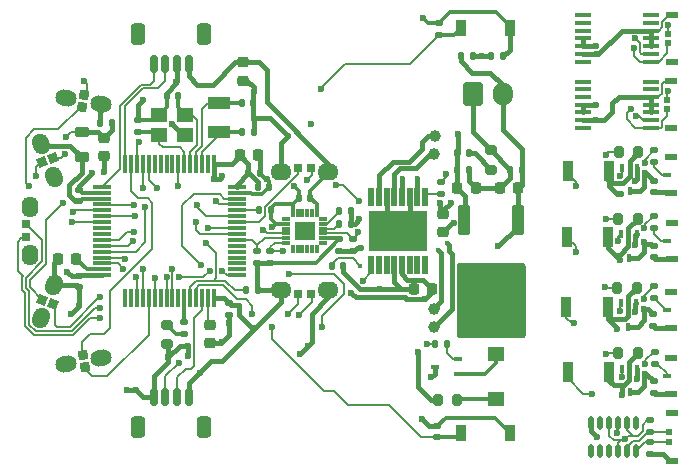
<source format=gbr>
%TF.GenerationSoftware,KiCad,Pcbnew,6.0.8-f2edbf62ab~116~ubuntu22.04.1*%
%TF.CreationDate,2022-10-18T02:20:10+05:30*%
%TF.ProjectId,mushak_pcb,6d757368-616b-45f7-9063-622e6b696361,rev?*%
%TF.SameCoordinates,Original*%
%TF.FileFunction,Copper,L1,Top*%
%TF.FilePolarity,Positive*%
%FSLAX46Y46*%
G04 Gerber Fmt 4.6, Leading zero omitted, Abs format (unit mm)*
G04 Created by KiCad (PCBNEW 6.0.8-f2edbf62ab~116~ubuntu22.04.1) date 2022-10-18 02:20:10*
%MOMM*%
%LPD*%
G01*
G04 APERTURE LIST*
G04 Aperture macros list*
%AMRoundRect*
0 Rectangle with rounded corners*
0 $1 Rounding radius*
0 $2 $3 $4 $5 $6 $7 $8 $9 X,Y pos of 4 corners*
0 Add a 4 corners polygon primitive as box body*
4,1,4,$2,$3,$4,$5,$6,$7,$8,$9,$2,$3,0*
0 Add four circle primitives for the rounded corners*
1,1,$1+$1,$2,$3*
1,1,$1+$1,$4,$5*
1,1,$1+$1,$6,$7*
1,1,$1+$1,$8,$9*
0 Add four rect primitives between the rounded corners*
20,1,$1+$1,$2,$3,$4,$5,0*
20,1,$1+$1,$4,$5,$6,$7,0*
20,1,$1+$1,$6,$7,$8,$9,0*
20,1,$1+$1,$8,$9,$2,$3,0*%
%AMHorizOval*
0 Thick line with rounded ends*
0 $1 width*
0 $2 $3 position (X,Y) of the first rounded end (center of the circle)*
0 $4 $5 position (X,Y) of the second rounded end (center of the circle)*
0 Add line between two ends*
20,1,$1,$2,$3,$4,$5,0*
0 Add two circle primitives to create the rounded ends*
1,1,$1,$2,$3*
1,1,$1,$4,$5*%
%AMRotRect*
0 Rectangle, with rotation*
0 The origin of the aperture is its center*
0 $1 length*
0 $2 width*
0 $3 Rotation angle, in degrees counterclockwise*
0 Add horizontal line*
21,1,$1,$2,0,0,$3*%
G04 Aperture macros list end*
%TA.AperFunction,SMDPad,CuDef*%
%ADD10RoundRect,0.135000X0.135000X0.185000X-0.135000X0.185000X-0.135000X-0.185000X0.135000X-0.185000X0*%
%TD*%
%TA.AperFunction,ComponentPad*%
%ADD11R,1.000000X0.500000*%
%TD*%
%TA.AperFunction,SMDPad,CuDef*%
%ADD12R,0.600000X0.500000*%
%TD*%
%TA.AperFunction,SMDPad,CuDef*%
%ADD13RoundRect,0.140000X0.170000X-0.140000X0.170000X0.140000X-0.170000X0.140000X-0.170000X-0.140000X0*%
%TD*%
%TA.AperFunction,SMDPad,CuDef*%
%ADD14RoundRect,0.135000X-0.185000X0.135000X-0.185000X-0.135000X0.185000X-0.135000X0.185000X0.135000X0*%
%TD*%
%TA.AperFunction,SMDPad,CuDef*%
%ADD15RoundRect,0.140000X0.140000X0.170000X-0.140000X0.170000X-0.140000X-0.170000X0.140000X-0.170000X0*%
%TD*%
%TA.AperFunction,SMDPad,CuDef*%
%ADD16RoundRect,0.225000X-0.250000X0.225000X-0.250000X-0.225000X0.250000X-0.225000X0.250000X0.225000X0*%
%TD*%
%TA.AperFunction,ComponentPad*%
%ADD17O,1.800000X1.400000*%
%TD*%
%TA.AperFunction,SMDPad,CuDef*%
%ADD18R,0.800000X0.700000*%
%TD*%
%TA.AperFunction,SMDPad,CuDef*%
%ADD19R,0.800000X0.400000*%
%TD*%
%TA.AperFunction,SMDPad,CuDef*%
%ADD20R,1.900000X1.100000*%
%TD*%
%TA.AperFunction,ComponentPad*%
%ADD21HorizOval,1.400000X-0.196962X0.034730X0.196962X-0.034730X0*%
%TD*%
%TA.AperFunction,SMDPad,CuDef*%
%ADD22RotRect,0.800000X0.800000X260.000000*%
%TD*%
%TA.AperFunction,SMDPad,CuDef*%
%ADD23RoundRect,0.200000X0.200000X0.275000X-0.200000X0.275000X-0.200000X-0.275000X0.200000X-0.275000X0*%
%TD*%
%TA.AperFunction,SMDPad,CuDef*%
%ADD24R,0.950000X1.400000*%
%TD*%
%TA.AperFunction,SMDPad,CuDef*%
%ADD25RoundRect,0.140000X-0.170000X0.140000X-0.170000X-0.140000X0.170000X-0.140000X0.170000X0.140000X0*%
%TD*%
%TA.AperFunction,SMDPad,CuDef*%
%ADD26RoundRect,0.225000X0.225000X0.250000X-0.225000X0.250000X-0.225000X-0.250000X0.225000X-0.250000X0*%
%TD*%
%TA.AperFunction,SMDPad,CuDef*%
%ADD27R,0.700000X0.450000*%
%TD*%
%TA.AperFunction,SMDPad,CuDef*%
%ADD28RoundRect,0.135000X0.185000X-0.135000X0.185000X0.135000X-0.185000X0.135000X-0.185000X-0.135000X0*%
%TD*%
%TA.AperFunction,SMDPad,CuDef*%
%ADD29R,0.450000X0.700000*%
%TD*%
%TA.AperFunction,SMDPad,CuDef*%
%ADD30RoundRect,0.135000X-0.135000X-0.185000X0.135000X-0.185000X0.135000X0.185000X-0.135000X0.185000X0*%
%TD*%
%TA.AperFunction,SMDPad,CuDef*%
%ADD31RoundRect,0.147500X0.172500X-0.147500X0.172500X0.147500X-0.172500X0.147500X-0.172500X-0.147500X0*%
%TD*%
%TA.AperFunction,SMDPad,CuDef*%
%ADD32R,0.900000X1.700000*%
%TD*%
%TA.AperFunction,SMDPad,CuDef*%
%ADD33RoundRect,0.140000X-0.140000X-0.170000X0.140000X-0.170000X0.140000X0.170000X-0.140000X0.170000X0*%
%TD*%
%TA.AperFunction,SMDPad,CuDef*%
%ADD34RoundRect,0.150000X-0.150000X-0.625000X0.150000X-0.625000X0.150000X0.625000X-0.150000X0.625000X0*%
%TD*%
%TA.AperFunction,SMDPad,CuDef*%
%ADD35RoundRect,0.250000X-0.350000X-0.650000X0.350000X-0.650000X0.350000X0.650000X-0.350000X0.650000X0*%
%TD*%
%TA.AperFunction,SMDPad,CuDef*%
%ADD36R,1.470000X0.410000*%
%TD*%
%TA.AperFunction,SMDPad,CuDef*%
%ADD37RoundRect,0.075000X-0.075000X0.700000X-0.075000X-0.700000X0.075000X-0.700000X0.075000X0.700000X0*%
%TD*%
%TA.AperFunction,SMDPad,CuDef*%
%ADD38RoundRect,0.075000X-0.700000X0.075000X-0.700000X-0.075000X0.700000X-0.075000X0.700000X0.075000X0*%
%TD*%
%TA.AperFunction,SMDPad,CuDef*%
%ADD39O,0.550000X1.150000*%
%TD*%
%TA.AperFunction,SMDPad,CuDef*%
%ADD40RoundRect,0.006600X0.103400X-0.313400X0.103400X0.313400X-0.103400X0.313400X-0.103400X-0.313400X0*%
%TD*%
%TA.AperFunction,SMDPad,CuDef*%
%ADD41RoundRect,0.006600X0.313400X0.103400X-0.313400X0.103400X-0.313400X-0.103400X0.313400X-0.103400X0*%
%TD*%
%TA.AperFunction,SMDPad,CuDef*%
%ADD42R,1.700000X1.540000*%
%TD*%
%TA.AperFunction,SMDPad,CuDef*%
%ADD43RoundRect,0.200000X-0.275000X0.200000X-0.275000X-0.200000X0.275000X-0.200000X0.275000X0.200000X0*%
%TD*%
%TA.AperFunction,SMDPad,CuDef*%
%ADD44RoundRect,0.225000X-0.225000X-0.250000X0.225000X-0.250000X0.225000X0.250000X-0.225000X0.250000X0*%
%TD*%
%TA.AperFunction,SMDPad,CuDef*%
%ADD45RoundRect,0.112800X-0.357200X1.147200X-0.357200X-1.147200X0.357200X-1.147200X0.357200X1.147200X0*%
%TD*%
%TA.AperFunction,SMDPad,CuDef*%
%ADD46R,5.670000X6.230000*%
%TD*%
%TA.AperFunction,ComponentPad*%
%ADD47RoundRect,0.250000X-0.600000X-0.750000X0.600000X-0.750000X0.600000X0.750000X-0.600000X0.750000X0*%
%TD*%
%TA.AperFunction,ComponentPad*%
%ADD48O,1.700000X2.000000*%
%TD*%
%TA.AperFunction,SMDPad,CuDef*%
%ADD49R,1.410000X1.260000*%
%TD*%
%TA.AperFunction,ComponentPad*%
%ADD50O,1.400000X1.800000*%
%TD*%
%TA.AperFunction,SMDPad,CuDef*%
%ADD51R,0.700000X0.800000*%
%TD*%
%TA.AperFunction,SMDPad,CuDef*%
%ADD52RoundRect,0.218750X0.381250X-0.218750X0.381250X0.218750X-0.381250X0.218750X-0.381250X-0.218750X0*%
%TD*%
%TA.AperFunction,SMDPad,CuDef*%
%ADD53RoundRect,0.147500X0.147500X0.172500X-0.147500X0.172500X-0.147500X-0.172500X0.147500X-0.172500X0*%
%TD*%
%TA.AperFunction,SMDPad,CuDef*%
%ADD54RoundRect,0.200000X0.275000X-0.200000X0.275000X0.200000X-0.275000X0.200000X-0.275000X-0.200000X0*%
%TD*%
%TA.AperFunction,SMDPad,CuDef*%
%ADD55R,1.400000X1.200000*%
%TD*%
%TA.AperFunction,ComponentPad*%
%ADD56C,1.000000*%
%TD*%
%TA.AperFunction,SMDPad,CuDef*%
%ADD57RoundRect,0.027000X-0.198000X0.723000X-0.198000X-0.723000X0.198000X-0.723000X0.198000X0.723000X0*%
%TD*%
%TA.AperFunction,SMDPad,CuDef*%
%ADD58R,5.000000X3.400000*%
%TD*%
%TA.AperFunction,SMDPad,CuDef*%
%ADD59RoundRect,0.200000X-0.200000X-0.275000X0.200000X-0.275000X0.200000X0.275000X-0.200000X0.275000X0*%
%TD*%
%TA.AperFunction,ComponentPad*%
%ADD60HorizOval,1.400000X-0.073300X0.186084X0.073300X-0.186084X0*%
%TD*%
%TA.AperFunction,SMDPad,CuDef*%
%ADD61RotRect,0.800000X0.800000X201.500000*%
%TD*%
%TA.AperFunction,SMDPad,CuDef*%
%ADD62RoundRect,0.150000X0.150000X0.625000X-0.150000X0.625000X-0.150000X-0.625000X0.150000X-0.625000X0*%
%TD*%
%TA.AperFunction,SMDPad,CuDef*%
%ADD63RoundRect,0.250000X0.350000X0.650000X-0.350000X0.650000X-0.350000X-0.650000X0.350000X-0.650000X0*%
%TD*%
%TA.AperFunction,ComponentPad*%
%ADD64HorizOval,1.400000X-0.196962X-0.034730X0.196962X0.034730X0*%
%TD*%
%TA.AperFunction,SMDPad,CuDef*%
%ADD65RotRect,0.800000X0.800000X280.000000*%
%TD*%
%TA.AperFunction,ComponentPad*%
%ADD66HorizOval,1.400000X-0.073300X-0.186084X0.073300X0.186084X0*%
%TD*%
%TA.AperFunction,SMDPad,CuDef*%
%ADD67RotRect,0.800000X0.800000X338.500000*%
%TD*%
%TA.AperFunction,ViaPad*%
%ADD68C,0.600000*%
%TD*%
%TA.AperFunction,ViaPad*%
%ADD69C,0.400000*%
%TD*%
%TA.AperFunction,Conductor*%
%ADD70C,0.200000*%
%TD*%
%TA.AperFunction,Conductor*%
%ADD71C,0.400000*%
%TD*%
%TA.AperFunction,Conductor*%
%ADD72C,0.300000*%
%TD*%
G04 APERTURE END LIST*
D10*
%TO.P,R26,1*%
%TO.N,POW_GND*%
X171110000Y-95250000D03*
%TO.P,R26,2*%
%TO.N,Net-(R26-Pad2)*%
X170090000Y-95250000D03*
%TD*%
D11*
%TO.P,J4,1,Pin_1*%
%TO.N,/AS5048_Left/+3V0_s*%
X205000000Y-88300000D03*
D12*
%TO.P,J4,2,Pin_2*%
%TO.N,/AS5048_Left/SDA_s*%
X204700000Y-86700000D03*
%TO.P,J4,3,Pin_3*%
%TO.N,/AS5048_Left/SCL_s*%
X204700000Y-85900000D03*
D11*
%TO.P,J4,4,Pin_4*%
%TO.N,/AS5048_Left/GND_s*%
X205000000Y-84300000D03*
%TD*%
D13*
%TO.P,C6,1*%
%TO.N,/IR_sensor/+3V0_2*%
X203550000Y-110701814D03*
%TO.P,C6,2*%
%TO.N,/IR_sensor/GND_2*%
X203550000Y-109741814D03*
%TD*%
D14*
%TO.P,R15,1*%
%TO.N,/VL6180x/SDA_s*%
X203250000Y-114840000D03*
%TO.P,R15,2*%
%TO.N,/VL6180x/3V0_s*%
X203250000Y-115860000D03*
%TD*%
D15*
%TO.P,C11,1*%
%TO.N,RCC_OSC_IN*%
X163280000Y-85600000D03*
%TO.P,C11,2*%
%TO.N,POW_GND*%
X162320000Y-85600000D03*
%TD*%
D16*
%TO.P,C2,1*%
%TO.N,Net-(C2-Pad1)*%
X166000000Y-104925000D03*
%TO.P,C2,2*%
%TO.N,POW_GND*%
X166000000Y-106475000D03*
%TD*%
D17*
%TO.P,J11,1,Pin_1*%
%TO.N,+3V0*%
X176000000Y-92000000D03*
D18*
%TO.P,J11,2,Pin_2*%
%TO.N,SDA_1*%
X174550000Y-91650000D03*
%TO.P,J11,3,Pin_3*%
%TO.N,SCL_1*%
X173450000Y-91650000D03*
D17*
%TO.P,J11,4,Pin_4*%
%TO.N,POW_GND*%
X172000000Y-92000000D03*
%TD*%
D11*
%TO.P,J8,1,Pin_1*%
%TO.N,/IR_sensor/+3V0_4*%
X205100000Y-99350000D03*
D19*
%TO.P,J8,2,Pin_2*%
%TO.N,/IR_sensor/IR_POW_4*%
X204700000Y-97850000D03*
D11*
%TO.P,J8,4,Pin_4*%
%TO.N,/IR_sensor/GND_4*%
X205100000Y-96350000D03*
%TD*%
D20*
%TO.P,Y2,1,1*%
%TO.N,Net-(C20-Pad1)*%
X166700000Y-88650000D03*
%TO.P,Y2,2,2*%
%TO.N,Net-(C21-Pad1)*%
X166700000Y-86150000D03*
%TD*%
D21*
%TO.P,J16,1,Pin_1*%
%TO.N,+3V0*%
X153772788Y-85739528D03*
D22*
%TO.P,J16,2,Pin_2*%
%TO.N,IR_LED_4*%
X155163176Y-86492404D03*
%TO.P,J16,3,Pin_3*%
%TO.N,IR_RES_4*%
X155336824Y-85507596D03*
D21*
%TO.P,J16,4,Pin_4*%
%TO.N,POW_GND*%
X156727212Y-86260472D03*
%TD*%
D23*
%TO.P,R12,1*%
%TO.N,/IR_sensor/+3V0_2*%
X202175000Y-107371814D03*
%TO.P,R12,2*%
%TO.N,Net-(C35-Pad1)*%
X200525000Y-107371814D03*
%TD*%
D14*
%TO.P,R20,1*%
%TO.N,/MPU6500/MISO*%
X178100000Y-97690000D03*
%TO.P,R20,2*%
%TO.N,POW_GND*%
X178100000Y-98710000D03*
%TD*%
D24*
%TO.P,SW2,1,1*%
%TO.N,DEBUG*%
X187225000Y-114100000D03*
%TO.P,SW2,2,2*%
%TO.N,POW_GND*%
X191375000Y-114100000D03*
%TD*%
D11*
%TO.P,J7,1,Pin_1*%
%TO.N,/IR_sensor/+3V0_2*%
X205050000Y-110771814D03*
D19*
%TO.P,J7,2,Pin_2*%
%TO.N,/IR_sensor/IR_POW_2*%
X204650000Y-109271814D03*
D11*
%TO.P,J7,4,Pin_4*%
%TO.N,/IR_sensor/GND_2*%
X205050000Y-107771814D03*
%TD*%
D25*
%TO.P,C9,1*%
%TO.N,+3V0*%
X154900000Y-100820000D03*
%TO.P,C9,2*%
%TO.N,POW_GND*%
X154900000Y-101780000D03*
%TD*%
D26*
%TO.P,C8,1*%
%TO.N,POW_IN*%
X192075000Y-93400000D03*
%TO.P,C8,2*%
%TO.N,POW_GND*%
X190525000Y-93400000D03*
%TD*%
D17*
%TO.P,J13,1,Pin_1*%
%TO.N,+3V0*%
X172000000Y-102000000D03*
D18*
%TO.P,J13,2,Pin_2*%
%TO.N,SDA_2*%
X173450000Y-102350000D03*
%TO.P,J13,3,Pin_3*%
%TO.N,SCL_2*%
X174550000Y-102350000D03*
D17*
%TO.P,J13,4,Pin_4*%
%TO.N,POW_GND*%
X176000000Y-102000000D03*
%TD*%
D27*
%TO.P,Q1,1,D*%
%TO.N,Net-(BZ1-Pad2)*%
X187000000Y-109150000D03*
%TO.P,Q1,2,G*%
%TO.N,Net-(Q1-Pad2)*%
X187000000Y-107850000D03*
%TO.P,Q1,3,S*%
%TO.N,POW_GND*%
X185000000Y-108500000D03*
%TD*%
D13*
%TO.P,C15,1*%
%TO.N,RCC_OSC_OUT*%
X159900000Y-88580000D03*
%TO.P,C15,2*%
%TO.N,POW_GND*%
X159900000Y-87620000D03*
%TD*%
%TO.P,C37,1*%
%TO.N,/IR_sensor/+3V0_3*%
X203575000Y-93705000D03*
%TO.P,C37,2*%
%TO.N,/IR_sensor/GND_3*%
X203575000Y-92745000D03*
%TD*%
D16*
%TO.P,C19,1*%
%TO.N,3V0A*%
X157000000Y-89125000D03*
%TO.P,C19,2*%
%TO.N,POW_GND*%
X157000000Y-90675000D03*
%TD*%
D28*
%TO.P,R14,1*%
%TO.N,/VL6180x/SCL_s*%
X203250000Y-114060000D03*
%TO.P,R14,2*%
%TO.N,/VL6180x/3V0_s*%
X203250000Y-113040000D03*
%TD*%
D29*
%TO.P,Q3,1,D*%
%TO.N,Net-(D3-Pad1)*%
X202150000Y-108671814D03*
%TO.P,Q3,2,G*%
%TO.N,Net-(Q3-Pad2)*%
X200850000Y-108671814D03*
%TO.P,Q3,3,S*%
%TO.N,/IR_sensor/GND_2*%
X201500000Y-110671814D03*
%TD*%
D30*
%TO.P,R3,1*%
%TO.N,BAT_VOL*%
X189790000Y-82200000D03*
%TO.P,R3,2*%
%TO.N,POW_GND*%
X190810000Y-82200000D03*
%TD*%
D10*
%TO.P,R2,1*%
%TO.N,BAT_VOL*%
X188210000Y-82200000D03*
%TO.P,R2,2*%
%TO.N,POW_IN*%
X187190000Y-82200000D03*
%TD*%
D25*
%TO.P,C10,1*%
%TO.N,+3V0*%
X167600000Y-103120000D03*
%TO.P,C10,2*%
%TO.N,POW_GND*%
X167600000Y-104080000D03*
%TD*%
D31*
%TO.P,D6,1,K*%
%TO.N,Net-(D6-Pad1)*%
X163800000Y-105685000D03*
%TO.P,D6,2,A*%
%TO.N,DEB_LED*%
X163800000Y-104715000D03*
%TD*%
D28*
%TO.P,R27,1*%
%TO.N,/IR_sensor/IR_POW_1*%
X203575000Y-102660000D03*
%TO.P,R27,2*%
%TO.N,Net-(Q2-Pad2)*%
X203575000Y-101640000D03*
%TD*%
D32*
%TO.P,A4,1*%
%TO.N,/IR_sensor/IR_REC_3*%
X196250000Y-91950000D03*
%TO.P,A4,2*%
%TO.N,/IR_sensor/+3V0_3*%
X199750000Y-91950000D03*
%TD*%
D15*
%TO.P,C32,1*%
%TO.N,POW_GND*%
X177880000Y-96400000D03*
%TO.P,C32,2*%
%TO.N,Net-(C32-Pad2)*%
X176920000Y-96400000D03*
%TD*%
D11*
%TO.P,J6,1,Pin_1*%
%TO.N,/IR_sensor/+3V0_1*%
X205050000Y-105200000D03*
D19*
%TO.P,J6,2,Pin_2*%
%TO.N,/IR_sensor/IR_POW_1*%
X204650000Y-103700000D03*
D11*
%TO.P,J6,4,Pin_4*%
%TO.N,/IR_sensor/GND_1*%
X205050000Y-102200000D03*
%TD*%
D33*
%TO.P,C16,1*%
%TO.N,+3V0*%
X169220000Y-92100000D03*
%TO.P,C16,2*%
%TO.N,POW_GND*%
X170180000Y-92100000D03*
%TD*%
D34*
%TO.P,J3,1,Pin_1*%
%TO.N,TXD*%
X161200000Y-82825000D03*
%TO.P,J3,2,Pin_2*%
%TO.N,RXD*%
X162200000Y-82825000D03*
%TO.P,J3,3,Pin_3*%
%TO.N,POW_GND*%
X163200000Y-82825000D03*
%TO.P,J3,4,Pin_4*%
%TO.N,+3V0*%
X164200000Y-82825000D03*
D35*
%TO.P,J3,MP*%
%TO.N,N/C*%
X165500000Y-80300000D03*
X159900000Y-80300000D03*
%TD*%
D14*
%TO.P,R17,1*%
%TO.N,/MPU6500/SCLK*%
X170000000Y-98690000D03*
%TO.P,R17,2*%
%TO.N,+3V0*%
X170000000Y-99710000D03*
%TD*%
D29*
%TO.P,Q2,1,D*%
%TO.N,Net-(D2-Pad1)*%
X202050000Y-103100000D03*
%TO.P,Q2,2,G*%
%TO.N,Net-(Q2-Pad2)*%
X200750000Y-103100000D03*
%TO.P,Q2,3,S*%
%TO.N,/IR_sensor/GND_1*%
X201400000Y-105100000D03*
%TD*%
D32*
%TO.P,A2,1*%
%TO.N,/IR_sensor/IR_REC_2*%
X196250000Y-108971814D03*
%TO.P,A2,2*%
%TO.N,/IR_sensor/+3V0_2*%
X199750000Y-108971814D03*
%TD*%
D23*
%TO.P,R7,1*%
%TO.N,/IR_sensor/+3V0_1*%
X202125000Y-101800000D03*
%TO.P,R7,2*%
%TO.N,Net-(C34-Pad1)*%
X200475000Y-101800000D03*
%TD*%
D36*
%TO.P,U7,1,SDA*%
%TO.N,/AS5048_Right/SDA_s*%
X203295000Y-82650000D03*
%TO.P,U7,2,SCL*%
%TO.N,/AS5048_Right/SCL_s*%
X203295000Y-82000000D03*
%TO.P,U7,3,A2*%
%TO.N,/AS5048_Right/GND_s*%
X203295000Y-81350000D03*
%TO.P,U7,4,A1*%
X203295000Y-80700000D03*
%TO.P,U7,5,TEST_5*%
X203295000Y-80050000D03*
%TO.P,U7,6,TEST_6*%
%TO.N,unconnected-(U7-Pad6)*%
X203295000Y-79400000D03*
%TO.P,U7,7,TEST_7*%
%TO.N,unconnected-(U7-Pad7)*%
X203295000Y-78750000D03*
%TO.P,U7,8,TEST_8*%
%TO.N,unconnected-(U7-Pad8)*%
X197555000Y-78750000D03*
%TO.P,U7,9,TEST_9*%
%TO.N,unconnected-(U7-Pad9)*%
X197555000Y-79400000D03*
%TO.P,U7,10,TEST_10*%
%TO.N,unconnected-(U7-Pad10)*%
X197555000Y-80050000D03*
%TO.P,U7,11,VDD5V*%
%TO.N,/AS5048_Right/+3V0_s*%
X197555000Y-80700000D03*
%TO.P,U7,12,VDD3V*%
X197555000Y-81350000D03*
%TO.P,U7,13,GND*%
%TO.N,/AS5048_Right/GND_s*%
X197555000Y-82000000D03*
%TO.P,U7,14,PWM*%
%TO.N,unconnected-(U7-Pad14)*%
X197555000Y-82650000D03*
%TD*%
D13*
%TO.P,C3,1*%
%TO.N,NRST*%
X185400000Y-80380000D03*
%TO.P,C3,2*%
%TO.N,POW_GND*%
X185400000Y-79420000D03*
%TD*%
D29*
%TO.P,Q4,1,D*%
%TO.N,Net-(D4-Pad1)*%
X202100000Y-97250000D03*
%TO.P,Q4,2,G*%
%TO.N,Net-(Q4-Pad2)*%
X200800000Y-97250000D03*
%TO.P,Q4,3,S*%
%TO.N,/IR_sensor/GND_4*%
X201450000Y-99250000D03*
%TD*%
D37*
%TO.P,U6,1,VBAT*%
%TO.N,+3V0*%
X166300000Y-91325000D03*
%TO.P,U6,2,PC13*%
%TO.N,unconnected-(U6-Pad2)*%
X165800000Y-91325000D03*
%TO.P,U6,3,PC14*%
%TO.N,Net-(C20-Pad1)*%
X165300000Y-91325000D03*
%TO.P,U6,4,PC15*%
%TO.N,Net-(C21-Pad1)*%
X164800000Y-91325000D03*
%TO.P,U6,5,PH0*%
%TO.N,RCC_OSC_IN*%
X164300000Y-91325000D03*
%TO.P,U6,6,PH1*%
%TO.N,RCC_OSC_OUT*%
X163800000Y-91325000D03*
%TO.P,U6,7,NRST*%
%TO.N,NRST*%
X163300000Y-91325000D03*
%TO.P,U6,8,PC0*%
%TO.N,unconnected-(U6-Pad8)*%
X162800000Y-91325000D03*
%TO.P,U6,9,PC1*%
%TO.N,unconnected-(U6-Pad9)*%
X162300000Y-91325000D03*
%TO.P,U6,10,PC2*%
%TO.N,unconnected-(U6-Pad10)*%
X161800000Y-91325000D03*
%TO.P,U6,11,PC3*%
%TO.N,unconnected-(U6-Pad11)*%
X161300000Y-91325000D03*
%TO.P,U6,12,VSSA*%
%TO.N,POW_GND*%
X160800000Y-91325000D03*
%TO.P,U6,13,VDDA*%
%TO.N,3V0A*%
X160300000Y-91325000D03*
%TO.P,U6,14,PA0*%
%TO.N,BAT_VOL*%
X159800000Y-91325000D03*
%TO.P,U6,15,PA1*%
%TO.N,IR_RES_1*%
X159300000Y-91325000D03*
%TO.P,U6,16,PA2*%
%TO.N,RXD*%
X158800000Y-91325000D03*
D38*
%TO.P,U6,17,PA3*%
%TO.N,TXD*%
X156875000Y-93250000D03*
%TO.P,U6,18,VSS*%
%TO.N,POW_GND*%
X156875000Y-93750000D03*
%TO.P,U6,19,VDD*%
%TO.N,+3V0*%
X156875000Y-94250000D03*
%TO.P,U6,20,PA4*%
%TO.N,IR_RES_2*%
X156875000Y-94750000D03*
%TO.P,U6,21,PA5*%
%TO.N,IR_RES_3*%
X156875000Y-95250000D03*
%TO.P,U6,22,PA6*%
%TO.N,/DRV8833_Motor_Driver/BIN2*%
X156875000Y-95750000D03*
%TO.P,U6,23,PA7*%
%TO.N,IR_RES_4*%
X156875000Y-96250000D03*
%TO.P,U6,24,PC4*%
%TO.N,unconnected-(U6-Pad24)*%
X156875000Y-96750000D03*
%TO.P,U6,25,PC5*%
%TO.N,unconnected-(U6-Pad25)*%
X156875000Y-97250000D03*
%TO.P,U6,26,PB0*%
%TO.N,/DRV8833_Motor_Driver/AIN2*%
X156875000Y-97750000D03*
%TO.P,U6,27,PB1*%
%TO.N,/DRV8833_Motor_Driver/BIN1*%
X156875000Y-98250000D03*
%TO.P,U6,28,PB2*%
%TO.N,/DRV8833_Motor_Driver/EN*%
X156875000Y-98750000D03*
%TO.P,U6,29,PB10*%
%TO.N,SCL_2*%
X156875000Y-99250000D03*
%TO.P,U6,30,PB11*%
%TO.N,SDA_2*%
X156875000Y-99750000D03*
%TO.P,U6,31,VCAP_1*%
%TO.N,Net-(C1-Pad1)*%
X156875000Y-100250000D03*
%TO.P,U6,32,VDD*%
%TO.N,+3V0*%
X156875000Y-100750000D03*
D37*
%TO.P,U6,33,PB12*%
%TO.N,unconnected-(U6-Pad33)*%
X158800000Y-102675000D03*
%TO.P,U6,34,PB13*%
%TO.N,unconnected-(U6-Pad34)*%
X159300000Y-102675000D03*
%TO.P,U6,35,PB14*%
%TO.N,IR_LED_4*%
X159800000Y-102675000D03*
%TO.P,U6,36,PB15*%
%TO.N,IR_LED_3*%
X160300000Y-102675000D03*
%TO.P,U6,37,PC6*%
%TO.N,IR_LED_1*%
X160800000Y-102675000D03*
%TO.P,U6,38,PC7*%
%TO.N,IR_LED_2*%
X161300000Y-102675000D03*
%TO.P,U6,39,PC8*%
%TO.N,unconnected-(U6-Pad39)*%
X161800000Y-102675000D03*
%TO.P,U6,40,PC9*%
%TO.N,SDA_3*%
X162300000Y-102675000D03*
%TO.P,U6,41,PA8*%
%TO.N,SCL_3*%
X162800000Y-102675000D03*
%TO.P,U6,42,PA9*%
%TO.N,unconnected-(U6-Pad42)*%
X163300000Y-102675000D03*
%TO.P,U6,43,PA10*%
%TO.N,DEB_LED*%
X163800000Y-102675000D03*
%TO.P,U6,44,PA11*%
%TO.N,/MPU6500/nCS*%
X164300000Y-102675000D03*
%TO.P,U6,45,PA12*%
%TO.N,DEBUG*%
X164800000Y-102675000D03*
%TO.P,U6,46,PA13*%
%TO.N,SYS_JTMS-SWDIO*%
X165300000Y-102675000D03*
%TO.P,U6,47,VCAP_2*%
%TO.N,Net-(C2-Pad1)*%
X165800000Y-102675000D03*
%TO.P,U6,48,VDD*%
%TO.N,+3V0*%
X166300000Y-102675000D03*
D38*
%TO.P,U6,49,PA14*%
%TO.N,SYS_JTCK-SWCLK*%
X168225000Y-100750000D03*
%TO.P,U6,50,PA15*%
%TO.N,unconnected-(U6-Pad50)*%
X168225000Y-100250000D03*
%TO.P,U6,51,PC10*%
%TO.N,unconnected-(U6-Pad51)*%
X168225000Y-99750000D03*
%TO.P,U6,52,PC11*%
%TO.N,unconnected-(U6-Pad52)*%
X168225000Y-99250000D03*
%TO.P,U6,53,PC12*%
%TO.N,unconnected-(U6-Pad53)*%
X168225000Y-98750000D03*
%TO.P,U6,54,PD2*%
%TO.N,unconnected-(U6-Pad54)*%
X168225000Y-98250000D03*
%TO.P,U6,55,PB3*%
%TO.N,/MPU6500/SCLK*%
X168225000Y-97750000D03*
%TO.P,U6,56,PB4*%
%TO.N,/MPU6500/MISO*%
X168225000Y-97250000D03*
%TO.P,U6,57,PB5*%
%TO.N,/MPU6500/MOSI*%
X168225000Y-96750000D03*
%TO.P,U6,58,PB6*%
%TO.N,SCL_1*%
X168225000Y-96250000D03*
%TO.P,U6,59,PB7*%
%TO.N,SDA_1*%
X168225000Y-95750000D03*
%TO.P,U6,60,BOOT0*%
%TO.N,Net-(R26-Pad2)*%
X168225000Y-95250000D03*
%TO.P,U6,61,PB8*%
%TO.N,/DRV8833_Motor_Driver/AIN1*%
X168225000Y-94750000D03*
%TO.P,U6,62,PB9*%
%TO.N,BUZZER_OP*%
X168225000Y-94250000D03*
%TO.P,U6,63,VSS*%
%TO.N,POW_GND*%
X168225000Y-93750000D03*
%TO.P,U6,64,VDD*%
%TO.N,+3V0*%
X168225000Y-93250000D03*
%TD*%
D33*
%TO.P,C21,1*%
%TO.N,Net-(C21-Pad1)*%
X168700000Y-86150000D03*
%TO.P,C21,2*%
%TO.N,POW_GND*%
X169660000Y-86150000D03*
%TD*%
%TO.P,C14,1*%
%TO.N,+3V0*%
X170020000Y-93300000D03*
%TO.P,C14,2*%
%TO.N,POW_GND*%
X170980000Y-93300000D03*
%TD*%
D36*
%TO.P,U2,1,SDA*%
%TO.N,/AS5048_Left/SDA_s*%
X203295000Y-88250000D03*
%TO.P,U2,2,SCL*%
%TO.N,/AS5048_Left/SCL_s*%
X203295000Y-87600000D03*
%TO.P,U2,3,A2*%
%TO.N,/AS5048_Left/GND_s*%
X203295000Y-86950000D03*
%TO.P,U2,4,A1*%
X203295000Y-86300000D03*
%TO.P,U2,5,TEST_5*%
X203295000Y-85650000D03*
%TO.P,U2,6,TEST_6*%
%TO.N,unconnected-(U2-Pad6)*%
X203295000Y-85000000D03*
%TO.P,U2,7,TEST_7*%
%TO.N,unconnected-(U2-Pad7)*%
X203295000Y-84350000D03*
%TO.P,U2,8,TEST_8*%
%TO.N,unconnected-(U2-Pad8)*%
X197555000Y-84350000D03*
%TO.P,U2,9,TEST_9*%
%TO.N,unconnected-(U2-Pad9)*%
X197555000Y-85000000D03*
%TO.P,U2,10,TEST_10*%
%TO.N,unconnected-(U2-Pad10)*%
X197555000Y-85650000D03*
%TO.P,U2,11,VDD5V*%
%TO.N,/AS5048_Left/+3V0_s*%
X197555000Y-86300000D03*
%TO.P,U2,12,VDD3V*%
X197555000Y-86950000D03*
%TO.P,U2,13,GND*%
%TO.N,/AS5048_Left/GND_s*%
X197555000Y-87600000D03*
%TO.P,U2,14,PWM*%
%TO.N,unconnected-(U2-Pad14)*%
X197555000Y-88250000D03*
%TD*%
D39*
%TO.P,U4,1,GPIO1*%
%TO.N,unconnected-(U4-Pad1)*%
X198275000Y-115650000D03*
%TO.P,U4,2*%
%TO.N,N/C*%
X199025000Y-115650000D03*
%TO.P,U4,3*%
X199775000Y-115650000D03*
%TO.P,U4,4,GPIO0/CE*%
%TO.N,/VL6180x/3V0_s*%
X200525000Y-115650000D03*
%TO.P,U4,5,SCL*%
%TO.N,/VL6180x/SCL_s*%
X201275000Y-115650000D03*
%TO.P,U4,6,SDA*%
%TO.N,/VL6180x/SDA_s*%
X202025000Y-115650000D03*
%TO.P,U4,7*%
%TO.N,N/C*%
X202025000Y-113250000D03*
%TO.P,U4,8,AVDD_VCSEL*%
%TO.N,/VL6180x/3V0_s*%
X201275000Y-113250000D03*
%TO.P,U4,9,AVSS_VCSEL*%
%TO.N,/VL6180x/GND_s*%
X200525000Y-113250000D03*
%TO.P,U4,10,AVDD*%
%TO.N,/VL6180x/3V0_s*%
X199775000Y-113250000D03*
%TO.P,U4,11*%
%TO.N,N/C*%
X199025000Y-113250000D03*
%TO.P,U4,12,AVSS*%
%TO.N,/VL6180x/GND_s*%
X198275000Y-113250000D03*
%TD*%
D15*
%TO.P,C33,1*%
%TO.N,+3V0*%
X174480000Y-94200000D03*
%TO.P,C33,2*%
%TO.N,POW_GND*%
X173520000Y-94200000D03*
%TD*%
D40*
%TO.P,U5,1*%
%TO.N,N/C*%
X173000000Y-98545000D03*
%TO.P,U5,2*%
X173400000Y-98545000D03*
%TO.P,U5,3*%
X173800000Y-98545000D03*
%TO.P,U5,4*%
X174200000Y-98545000D03*
%TO.P,U5,5*%
X174600000Y-98545000D03*
%TO.P,U5,6*%
X175000000Y-98545000D03*
D41*
%TO.P,U5,7,AUX_CL*%
%TO.N,unconnected-(U5-Pad7)*%
X175545000Y-98000000D03*
%TO.P,U5,8,VDDIO*%
%TO.N,+3V0*%
X175545000Y-97600000D03*
%TO.P,U5,9,AD0/SDO*%
%TO.N,/MPU6500/MISO*%
X175545000Y-97200000D03*
%TO.P,U5,10,REGOUT*%
%TO.N,Net-(C32-Pad2)*%
X175545000Y-96800000D03*
%TO.P,U5,11,FSYNC*%
%TO.N,Net-(R18-Pad1)*%
X175545000Y-96400000D03*
%TO.P,U5,12,INT*%
%TO.N,unconnected-(U5-Pad12)*%
X175545000Y-96000000D03*
D40*
%TO.P,U5,13,VDD*%
%TO.N,+3V0*%
X175000000Y-95455000D03*
%TO.P,U5,14*%
%TO.N,N/C*%
X174600000Y-95455000D03*
%TO.P,U5,15*%
X174200000Y-95455000D03*
%TO.P,U5,16*%
X173800000Y-95455000D03*
%TO.P,U5,17*%
X173400000Y-95455000D03*
%TO.P,U5,18,GND*%
%TO.N,POW_GND*%
X173000000Y-95455000D03*
D41*
%TO.P,U5,19,RESV_1*%
%TO.N,unconnected-(U5-Pad19)*%
X172455000Y-96000000D03*
%TO.P,U5,20,RESV_2*%
%TO.N,POW_GND*%
X172455000Y-96400000D03*
%TO.P,U5,21,AUX_DA*%
%TO.N,unconnected-(U5-Pad21)*%
X172455000Y-96800000D03*
%TO.P,U5,22,NCS*%
%TO.N,/MPU6500/nCS*%
X172455000Y-97200000D03*
%TO.P,U5,23,SCL/SCLK*%
%TO.N,/MPU6500/SCLK*%
X172455000Y-97600000D03*
%TO.P,U5,24,SDA/SDI*%
%TO.N,/MPU6500/MOSI*%
X172455000Y-98000000D03*
D42*
%TO.P,U5,25,EXP*%
%TO.N,unconnected-(U5-Pad25)*%
X174000000Y-97000000D03*
%TD*%
D15*
%TO.P,C24,1*%
%TO.N,POW_IN*%
X192380000Y-91800000D03*
%TO.P,C24,2*%
%TO.N,POW_GND*%
X191420000Y-91800000D03*
%TD*%
D43*
%TO.P,R21,1*%
%TO.N,Net-(D6-Pad1)*%
X162300000Y-104925000D03*
%TO.P,R21,2*%
%TO.N,POW_GND*%
X162300000Y-106575000D03*
%TD*%
D16*
%TO.P,C12,1*%
%TO.N,+3V0*%
X168800000Y-82725000D03*
%TO.P,C12,2*%
%TO.N,POW_GND*%
X168800000Y-84275000D03*
%TD*%
%TO.P,C27,1*%
%TO.N,POW_GND*%
X185700000Y-95525000D03*
%TO.P,C27,2*%
%TO.N,POW_IN*%
X185700000Y-97075000D03*
%TD*%
D13*
%TO.P,C4,1*%
%TO.N,DEBUG*%
X185200000Y-114480000D03*
%TO.P,C4,2*%
%TO.N,POW_GND*%
X185200000Y-113520000D03*
%TD*%
D26*
%TO.P,C28,1*%
%TO.N,POW_GND*%
X184775000Y-101900000D03*
%TO.P,C28,2*%
%TO.N,POW_IN*%
X183225000Y-101900000D03*
%TD*%
D15*
%TO.P,C17,1*%
%TO.N,3V0A*%
X157655000Y-87875000D03*
%TO.P,C17,2*%
%TO.N,POW_GND*%
X156695000Y-87875000D03*
%TD*%
D13*
%TO.P,C7,1*%
%TO.N,+3V0*%
X154900000Y-94480000D03*
%TO.P,C7,2*%
%TO.N,POW_GND*%
X154900000Y-93520000D03*
%TD*%
D29*
%TO.P,Q5,1,D*%
%TO.N,Net-(D5-Pad1)*%
X202150000Y-91650000D03*
%TO.P,Q5,2,G*%
%TO.N,Net-(Q5-Pad2)*%
X200850000Y-91650000D03*
%TO.P,Q5,3,S*%
%TO.N,/IR_sensor/GND_3*%
X201500000Y-93650000D03*
%TD*%
D33*
%TO.P,C25,1*%
%TO.N,+3V0*%
X186920000Y-91800000D03*
%TO.P,C25,2*%
%TO.N,POW_GND*%
X187880000Y-91800000D03*
%TD*%
D44*
%TO.P,C13,1*%
%TO.N,+3V0*%
X186925000Y-93400000D03*
%TO.P,C13,2*%
%TO.N,POW_GND*%
X188475000Y-93400000D03*
%TD*%
%TO.P,C18,1*%
%TO.N,+3V0*%
X168525000Y-90600000D03*
%TO.P,C18,2*%
%TO.N,POW_GND*%
X170075000Y-90600000D03*
%TD*%
D33*
%TO.P,C20,1*%
%TO.N,Net-(C20-Pad1)*%
X168710000Y-88640000D03*
%TO.P,C20,2*%
%TO.N,POW_GND*%
X169670000Y-88640000D03*
%TD*%
D23*
%TO.P,R24,1*%
%TO.N,/IR_sensor/+3V0_3*%
X202225000Y-90350000D03*
%TO.P,R24,2*%
%TO.N,Net-(C39-Pad1)*%
X200575000Y-90350000D03*
%TD*%
D45*
%TO.P,U1,1,VCC*%
%TO.N,POW_IN*%
X192080000Y-96060000D03*
D46*
%TO.P,U1,2,FIN*%
%TO.N,POW_GND*%
X189800000Y-102880000D03*
D45*
%TO.P,U1,3,VOUT*%
%TO.N,+3V0*%
X187520000Y-96060000D03*
%TD*%
D28*
%TO.P,R25,1*%
%TO.N,Net-(R25-Pad1)*%
X185500000Y-93910000D03*
%TO.P,R25,2*%
%TO.N,/DRV8833_Motor_Driver/EN*%
X185500000Y-92890000D03*
%TD*%
D47*
%TO.P,J2,1,Pin_1*%
%TO.N,POW_GND*%
X188250000Y-85400000D03*
D48*
%TO.P,J2,2,Pin_2*%
%TO.N,POW_IN*%
X190750000Y-85400000D03*
%TD*%
D28*
%TO.P,R28,1*%
%TO.N,/IR_sensor/IR_POW_2*%
X203650000Y-108231814D03*
%TO.P,R28,2*%
%TO.N,Net-(Q3-Pad2)*%
X203650000Y-107211814D03*
%TD*%
D26*
%TO.P,C1,1*%
%TO.N,Net-(C1-Pad1)*%
X154675000Y-99400000D03*
%TO.P,C1,2*%
%TO.N,POW_GND*%
X153125000Y-99400000D03*
%TD*%
D13*
%TO.P,C5,1*%
%TO.N,/IR_sensor/+3V0_1*%
X203525000Y-105030000D03*
%TO.P,C5,2*%
%TO.N,/IR_sensor/GND_1*%
X203525000Y-104070000D03*
%TD*%
D49*
%TO.P,BZ1,1,-*%
%TO.N,Net-(BZ1-Pad1)*%
X190200000Y-111225000D03*
%TO.P,BZ1,2,+*%
%TO.N,Net-(BZ1-Pad2)*%
X190200000Y-107375000D03*
%TD*%
D11*
%TO.P,J17,1,Pin_1*%
%TO.N,/VL6180x/3V0_s*%
X205100000Y-116450000D03*
D12*
%TO.P,J17,2,Pin_2*%
%TO.N,/VL6180x/SDA_s*%
X204800000Y-114850000D03*
%TO.P,J17,3,Pin_3*%
%TO.N,/VL6180x/SCL_s*%
X204800000Y-114050000D03*
D11*
%TO.P,J17,4,Pin_4*%
%TO.N,/VL6180x/GND_s*%
X205100000Y-112450000D03*
%TD*%
D50*
%TO.P,J15,1,Pin_1*%
%TO.N,+3V0*%
X150750000Y-95000000D03*
D51*
%TO.P,J15,2,Pin_2*%
%TO.N,SDA_3*%
X150400000Y-96450000D03*
%TO.P,J15,3,Pin_3*%
%TO.N,SCL_3*%
X150400000Y-97550000D03*
D50*
%TO.P,J15,4,Pin_4*%
%TO.N,POW_GND*%
X150750000Y-99000000D03*
%TD*%
D52*
%TO.P,FB1,1*%
%TO.N,+3V0*%
X155100000Y-90762500D03*
%TO.P,FB1,2*%
%TO.N,3V0A*%
X155100000Y-88637500D03*
%TD*%
D53*
%TO.P,D1,1,K*%
%TO.N,Net-(D1-Pad1)*%
X187885000Y-90400000D03*
%TO.P,D1,2,A*%
%TO.N,+3V0*%
X186915000Y-90400000D03*
%TD*%
D54*
%TO.P,R4,1*%
%TO.N,Net-(D1-Pad1)*%
X189800000Y-91825000D03*
%TO.P,R4,2*%
%TO.N,POW_GND*%
X189800000Y-90175000D03*
%TD*%
D55*
%TO.P,Y1,1,1*%
%TO.N,RCC_OSC_IN*%
X163900000Y-87150000D03*
%TO.P,Y1,2,2*%
%TO.N,POW_GND*%
X161700000Y-87150000D03*
%TO.P,Y1,3,3*%
%TO.N,RCC_OSC_OUT*%
X161700000Y-88850000D03*
%TO.P,Y1,4,4*%
%TO.N,POW_GND*%
X163900000Y-88850000D03*
%TD*%
D23*
%TO.P,R23,1*%
%TO.N,/IR_sensor/+3V0_4*%
X202175000Y-95950000D03*
%TO.P,R23,2*%
%TO.N,Net-(C38-Pad1)*%
X200525000Y-95950000D03*
%TD*%
D32*
%TO.P,A3,1*%
%TO.N,/IR_sensor/IR_REC_4*%
X196200000Y-97550000D03*
%TO.P,A3,2*%
%TO.N,/IR_sensor/+3V0_4*%
X199700000Y-97550000D03*
%TD*%
D24*
%TO.P,SW1,1,1*%
%TO.N,NRST*%
X187225000Y-79800000D03*
%TO.P,SW1,2,2*%
%TO.N,POW_GND*%
X191375000Y-79800000D03*
%TD*%
D11*
%TO.P,J5,1,Pin_1*%
%TO.N,/AS5048_Right/+3V0_s*%
X205070000Y-82700000D03*
D12*
%TO.P,J5,2,Pin_2*%
%TO.N,/AS5048_Right/SDA_s*%
X204770000Y-81100000D03*
%TO.P,J5,3,Pin_3*%
%TO.N,/AS5048_Right/SCL_s*%
X204770000Y-80300000D03*
D11*
%TO.P,J5,4,Pin_4*%
%TO.N,/AS5048_Right/GND_s*%
X205070000Y-78700000D03*
%TD*%
D56*
%TO.P,M1,1,VMOT+*%
%TO.N,Net-(M1-Pad1)*%
X184925000Y-103575000D03*
%TO.P,M1,2,VMOT-*%
%TO.N,Net-(M1-Pad2)*%
X184975000Y-105125000D03*
%TD*%
D30*
%TO.P,R18,1*%
%TO.N,Net-(R18-Pad1)*%
X176890000Y-95300000D03*
%TO.P,R18,2*%
%TO.N,POW_GND*%
X177910000Y-95300000D03*
%TD*%
D57*
%TO.P,U3,1,NSLEEP*%
%TO.N,Net-(R25-Pad1)*%
X184175000Y-94100000D03*
%TO.P,U3,2,AOUT1*%
%TO.N,Net-(M1-Pad2)*%
X183525000Y-94100000D03*
%TO.P,U3,3,AISEN*%
%TO.N,POW_GND*%
X182875000Y-94100000D03*
%TO.P,U3,4,AOUT2*%
%TO.N,Net-(M1-Pad1)*%
X182225000Y-94100000D03*
%TO.P,U3,5,BOUT2*%
%TO.N,Net-(M2-Pad1)*%
X181575000Y-94100000D03*
%TO.P,U3,6,BISEN*%
%TO.N,POW_GND*%
X180925000Y-94100000D03*
%TO.P,U3,7,BOUT1*%
%TO.N,Net-(M2-Pad2)*%
X180275000Y-94100000D03*
%TO.P,U3,8,~{NFAULT}*%
%TO.N,unconnected-(U3-Pad8)*%
X179625000Y-94100000D03*
%TO.P,U3,9,BIN1*%
%TO.N,/DRV8833_Motor_Driver/BIN1*%
X179625000Y-99900000D03*
%TO.P,U3,10,BIN2*%
%TO.N,/DRV8833_Motor_Driver/BIN2*%
X180275000Y-99900000D03*
%TO.P,U3,11,VCP*%
%TO.N,Net-(C26-Pad2)*%
X180925000Y-99900000D03*
%TO.P,U3,12,VM*%
%TO.N,POW_IN*%
X181575000Y-99900000D03*
%TO.P,U3,13,GND*%
%TO.N,POW_GND*%
X182225000Y-99900000D03*
%TO.P,U3,14,VINT*%
%TO.N,POW_IN*%
X182875000Y-99900000D03*
%TO.P,U3,15,AIN2*%
%TO.N,/DRV8833_Motor_Driver/AIN2*%
X183525000Y-99900000D03*
%TO.P,U3,16,AIN1*%
%TO.N,/DRV8833_Motor_Driver/AIN1*%
X184175000Y-99900000D03*
D58*
%TO.P,U3,17,EXP*%
%TO.N,POW_GND*%
X181900000Y-97000000D03*
%TD*%
D32*
%TO.P,A1,1*%
%TO.N,/IR_sensor/IR_REC_1*%
X196150000Y-103400000D03*
%TO.P,A1,2*%
%TO.N,/IR_sensor/+3V0_1*%
X199650000Y-103400000D03*
%TD*%
D13*
%TO.P,C36,1*%
%TO.N,/IR_sensor/+3V0_4*%
X203550000Y-99230000D03*
%TO.P,C36,2*%
%TO.N,/IR_sensor/GND_4*%
X203550000Y-98270000D03*
%TD*%
D28*
%TO.P,R29,1*%
%TO.N,/IR_sensor/IR_POW_4*%
X203550000Y-96760000D03*
%TO.P,R29,2*%
%TO.N,Net-(Q4-Pad2)*%
X203550000Y-95740000D03*
%TD*%
D59*
%TO.P,R1,1*%
%TO.N,POW_IN*%
X185275000Y-111300000D03*
%TO.P,R1,2*%
%TO.N,Net-(BZ1-Pad1)*%
X186925000Y-111300000D03*
%TD*%
D60*
%TO.P,J14,1,Pin_1*%
%TO.N,+3V0*%
X151700248Y-89604374D03*
D61*
%TO.P,J14,2,Pin_2*%
%TO.N,IR_LED_3*%
X151784791Y-91183251D03*
%TO.P,J14,3,Pin_3*%
%TO.N,IR_RES_3*%
X152715209Y-90816749D03*
D60*
%TO.P,J14,4,Pin_4*%
%TO.N,POW_GND*%
X152799752Y-92395626D03*
%TD*%
D62*
%TO.P,J1,1,Pin_1*%
%TO.N,+3V0*%
X164200000Y-111075000D03*
%TO.P,J1,2,Pin_2*%
%TO.N,SYS_JTMS-SWDIO*%
X163200000Y-111075000D03*
%TO.P,J1,3,Pin_3*%
%TO.N,SYS_JTCK-SWCLK*%
X162200000Y-111075000D03*
%TO.P,J1,4,Pin_4*%
%TO.N,POW_GND*%
X161200000Y-111075000D03*
D63*
%TO.P,J1,MP*%
%TO.N,N/C*%
X165500000Y-113600000D03*
X159900000Y-113600000D03*
%TD*%
D15*
%TO.P,C26,1*%
%TO.N,POW_IN*%
X177280000Y-100000000D03*
%TO.P,C26,2*%
%TO.N,Net-(C26-Pad2)*%
X176320000Y-100000000D03*
%TD*%
D25*
%TO.P,C31,1*%
%TO.N,+3V0*%
X176900000Y-97720000D03*
%TO.P,C31,2*%
%TO.N,POW_GND*%
X176900000Y-98680000D03*
%TD*%
D64*
%TO.P,J10,1,Pin_1*%
%TO.N,+3V0*%
X153822788Y-108260472D03*
D65*
%TO.P,J10,2,Pin_2*%
%TO.N,IR_LED_1*%
X155386824Y-108492404D03*
%TO.P,J10,3,Pin_3*%
%TO.N,IR_RES_1*%
X155213176Y-107507596D03*
D64*
%TO.P,J10,4,Pin_4*%
%TO.N,POW_GND*%
X156777212Y-107739528D03*
%TD*%
D28*
%TO.P,R30,1*%
%TO.N,/IR_sensor/IR_POW_3*%
X203600000Y-91175000D03*
%TO.P,R30,2*%
%TO.N,Net-(Q5-Pad2)*%
X203600000Y-90155000D03*
%TD*%
D30*
%TO.P,R19,1*%
%TO.N,/MPU6500/nCS*%
X168990000Y-102000000D03*
%TO.P,R19,2*%
%TO.N,+3V0*%
X170010000Y-102000000D03*
%TD*%
D14*
%TO.P,R16,1*%
%TO.N,/MPU6500/MOSI*%
X171100000Y-98690000D03*
%TO.P,R16,2*%
%TO.N,+3V0*%
X171100000Y-99710000D03*
%TD*%
D10*
%TO.P,R31,1*%
%TO.N,Net-(Q1-Pad2)*%
X186010000Y-106550000D03*
%TO.P,R31,2*%
%TO.N,BUZZER_OP*%
X184990000Y-106550000D03*
%TD*%
D11*
%TO.P,J9,1,Pin_1*%
%TO.N,/IR_sensor/+3V0_3*%
X205050000Y-93750000D03*
D19*
%TO.P,J9,2,Pin_2*%
%TO.N,/IR_sensor/IR_POW_3*%
X204650000Y-92250000D03*
D11*
%TO.P,J9,4,Pin_4*%
%TO.N,/IR_sensor/GND_3*%
X205050000Y-90750000D03*
%TD*%
D66*
%TO.P,J12,1,Pin_1*%
%TO.N,+3V0*%
X151700248Y-104395626D03*
D67*
%TO.P,J12,2,Pin_2*%
%TO.N,IR_LED_2*%
X152715209Y-103183251D03*
%TO.P,J12,3,Pin_3*%
%TO.N,IR_RES_2*%
X151784791Y-102816749D03*
D66*
%TO.P,J12,4,Pin_4*%
%TO.N,POW_GND*%
X152799752Y-101604374D03*
%TD*%
D56*
%TO.P,M2,1,VMOT+*%
%TO.N,Net-(M2-Pad1)*%
X184975000Y-90475000D03*
%TO.P,M2,2,VMOT-*%
%TO.N,Net-(M2-Pad2)*%
X185025000Y-88925000D03*
%TD*%
D68*
%TO.N,/IR_sensor/IR_REC_1*%
X196800000Y-104780000D03*
%TO.N,/IR_sensor/+3V0_1*%
X200430000Y-105299500D03*
%TO.N,+3V0*%
X186950000Y-88800000D03*
X165125000Y-109000000D03*
X153900000Y-100450000D03*
X167015413Y-92378853D03*
X166300000Y-92600000D03*
%TO.N,POW_GND*%
X183525000Y-96825000D03*
X189800000Y-105000000D03*
X189800000Y-100800000D03*
X161500000Y-93400000D03*
X191700000Y-102900000D03*
X171250000Y-96700500D03*
X180450000Y-96900000D03*
X154900000Y-103350000D03*
X181975000Y-95900000D03*
X184000000Y-78950000D03*
X164100000Y-106700000D03*
X178625000Y-96025000D03*
X172600000Y-88950000D03*
X170825000Y-92575000D03*
X177899500Y-102225000D03*
X178725000Y-98425000D03*
X184700000Y-109400000D03*
X187900000Y-100800000D03*
X156000000Y-92050000D03*
X167600000Y-104800000D03*
X154250000Y-104000000D03*
X169700000Y-87400000D03*
X162400000Y-107700000D03*
X173082809Y-93198935D03*
X185450000Y-94650000D03*
X162775000Y-87950000D03*
X157000000Y-92000000D03*
X183900000Y-112900000D03*
X167000000Y-106400000D03*
X186350000Y-94600000D03*
X169700000Y-85200000D03*
X174500000Y-87950000D03*
X184150000Y-102775000D03*
X173575000Y-107375000D03*
X164100000Y-107550000D03*
X191700000Y-105000000D03*
X159700000Y-110450000D03*
X181975000Y-97900000D03*
X191700000Y-100800000D03*
X187900000Y-102900000D03*
X187900000Y-105000000D03*
X174300000Y-106700000D03*
X163125000Y-84375000D03*
X158975000Y-110450000D03*
X160300000Y-85950000D03*
X189800000Y-102900000D03*
%TO.N,NRST*%
X163300000Y-93150000D03*
X175350000Y-84950000D03*
%TO.N,DEBUG*%
X169550000Y-104000000D03*
X171250000Y-105150000D03*
%TO.N,POW_IN*%
X190400000Y-98300000D03*
D69*
X182875000Y-99350000D03*
D68*
X186650000Y-96325000D03*
D69*
X181575000Y-99350000D03*
D68*
X183550000Y-107275000D03*
X180400000Y-101900000D03*
%TO.N,3V0A*%
X153800000Y-89071772D03*
X160300000Y-93400000D03*
D69*
%TO.N,Net-(C26-Pad2)*%
X180925000Y-99350000D03*
X178700000Y-99925000D03*
D68*
%TO.N,Net-(C34-Pad1)*%
X199425000Y-101750000D03*
%TO.N,Net-(D3-Pad1)*%
X202100000Y-109571814D03*
%TO.N,Net-(D4-Pad1)*%
X202000000Y-98150000D03*
%TO.N,Net-(D5-Pad1)*%
X202000000Y-92750000D03*
%TO.N,SYS_JTCK-SWCLK*%
X165950000Y-100350000D03*
X167000000Y-100350000D03*
X163350000Y-108150000D03*
X163350000Y-100900000D03*
%TO.N,BAT_VOL*%
X189000000Y-82200000D03*
X159950000Y-89500000D03*
%TO.N,BUZZER_OP*%
X175450000Y-105125000D03*
X172650000Y-100650000D03*
X184350000Y-106550000D03*
X165250000Y-99849500D03*
%TO.N,/VL6180x/3V0_s*%
X201087156Y-114598624D03*
%TO.N,Net-(D2-Pad1)*%
X202000000Y-103850000D03*
%TO.N,/MPU6500/MOSI*%
X172150000Y-98700000D03*
X165800000Y-96750000D03*
%TO.N,/MPU6500/nCS*%
X165600000Y-98000000D03*
X170500000Y-96900000D03*
%TO.N,/MPU6500/MISO*%
X164800000Y-96200000D03*
X178500000Y-97050000D03*
%TO.N,SDA_1*%
X174200000Y-92650000D03*
X164850000Y-94800000D03*
%TO.N,IR_LED_2*%
X161300000Y-100950000D03*
X156700000Y-102600000D03*
%TO.N,IR_RES_2*%
X159550000Y-94800000D03*
X153550000Y-94630000D03*
%TO.N,SDA_2*%
X172550000Y-104050000D03*
X158650000Y-100200000D03*
%TO.N,SCL_2*%
X158746800Y-99396800D03*
X173475000Y-104100000D03*
%TO.N,IR_LED_3*%
X151225500Y-92357959D03*
X160300000Y-100200000D03*
%TO.N,IR_RES_3*%
X154400000Y-95400000D03*
X153700000Y-90450000D03*
%TO.N,SDA_3*%
X156700000Y-103500000D03*
X162300000Y-100900000D03*
%TO.N,IR_LED_4*%
X159691707Y-100911629D03*
X150626000Y-93175000D03*
%TO.N,SCL_3*%
X162800000Y-100200000D03*
X156700000Y-104400000D03*
%TO.N,IR_RES_4*%
X154300000Y-96250000D03*
X155300000Y-84300000D03*
D69*
%TO.N,/DRV8833_Motor_Driver/BIN2*%
X180275000Y-99350000D03*
D68*
X159600000Y-95750000D03*
%TO.N,/DRV8833_Motor_Driver/AIN2*%
X159550000Y-97100000D03*
D69*
X183525000Y-100425000D03*
D68*
%TO.N,/DRV8833_Motor_Driver/BIN1*%
X159450000Y-97850000D03*
X178900000Y-101200000D03*
%TO.N,/DRV8833_Motor_Driver/AIN1*%
X178600000Y-94500000D03*
D69*
X184175000Y-99350000D03*
D68*
X176650000Y-93100000D03*
X166500000Y-94500000D03*
%TO.N,Net-(C35-Pad1)*%
X199525000Y-107421814D03*
%TO.N,Net-(C38-Pad1)*%
X199475000Y-95950000D03*
%TO.N,Net-(C39-Pad1)*%
X199525000Y-90525000D03*
%TO.N,/IR_sensor/IR_REC_2*%
X198350000Y-110771814D03*
%TO.N,/IR_sensor/+3V0_2*%
X200850000Y-110871814D03*
%TO.N,/VL6180x/GND_s*%
X198775000Y-114450000D03*
X200433441Y-114138341D03*
%TO.N,/AS5048_Right/GND_s*%
X198725000Y-82050000D03*
%TO.N,/DRV8833_Motor_Driver/EN*%
X185950000Y-92150000D03*
X160500000Y-94950000D03*
%TO.N,/AS5048_Right/+3V0_s*%
X198675000Y-81325000D03*
D69*
%TO.N,Net-(M1-Pad1)*%
X182225000Y-92550000D03*
X185575000Y-99100000D03*
X182225000Y-93175000D03*
X185321447Y-98628553D03*
%TO.N,Net-(M1-Pad2)*%
X186050000Y-98050000D03*
X183525000Y-92525000D03*
X186225000Y-98700000D03*
X183525000Y-93175000D03*
D68*
%TO.N,/AS5048_Left/GND_s*%
X198625000Y-87600000D03*
%TO.N,/AS5048_Left/+3V0_s*%
X198625000Y-86300000D03*
%TO.N,/IR_sensor/IR_REC_4*%
X196930000Y-98810000D03*
%TO.N,/IR_sensor/+3V0_4*%
X200700000Y-99450000D03*
%TO.N,/IR_sensor/IR_REC_3*%
X196960000Y-93190000D03*
%TO.N,/IR_sensor/+3V0_3*%
X200800000Y-93850000D03*
%TO.N,/IR_sensor/GND_1*%
X202725000Y-103600000D03*
%TO.N,/IR_sensor/GND_2*%
X202775000Y-109121814D03*
%TO.N,/IR_sensor/GND_4*%
X202700000Y-97900000D03*
%TO.N,/IR_sensor/GND_3*%
X202825000Y-92075000D03*
%TO.N,/AS5048_Left/SDA_s*%
X201625000Y-86700000D03*
%TO.N,/AS5048_Left/SCL_s*%
X202075000Y-87300000D03*
X204729500Y-85150000D03*
%TO.N,/AS5048_Right/SDA_s*%
X201850500Y-81475000D03*
%TO.N,/AS5048_Right/SCL_s*%
X204774500Y-79575000D03*
X201925000Y-80700000D03*
%TO.N,Net-(Q2-Pad2)*%
X200675000Y-103800500D03*
X202700000Y-102800000D03*
%TO.N,Net-(Q3-Pad2)*%
X200850000Y-109347314D03*
X202850000Y-108221814D03*
%TO.N,Net-(Q4-Pad2)*%
X202760574Y-96759890D03*
X200549502Y-97880000D03*
%TO.N,Net-(Q5-Pad2)*%
X200688651Y-92330500D03*
X202781251Y-91229409D03*
%TD*%
D70*
%TO.N,Net-(C26-Pad2)*%
X178700000Y-99925000D02*
X178075000Y-99300000D01*
X178075000Y-99300000D02*
X176800000Y-99300000D01*
X176800000Y-99300000D02*
X176320000Y-99780000D01*
X176320000Y-99780000D02*
X176320000Y-100000000D01*
D71*
%TO.N,Net-(M1-Pad1)*%
X182225000Y-92550000D02*
X182225000Y-94100000D01*
X182225000Y-94137500D02*
X182225000Y-93175000D01*
%TO.N,Net-(M1-Pad2)*%
X183525000Y-92525000D02*
X183525000Y-94100000D01*
X183525000Y-93175000D02*
X183525000Y-94100000D01*
X183525000Y-93175000D02*
X183525000Y-94137500D01*
D70*
%TO.N,/IR_sensor/IR_REC_1*%
X196800000Y-104780000D02*
X196590000Y-104780000D01*
X196150000Y-104340000D02*
X196150000Y-103400000D01*
X196590000Y-104780000D02*
X196150000Y-104340000D01*
D71*
%TO.N,/IR_sensor/+3V0_1*%
X205050000Y-105200000D02*
X203695000Y-105200000D01*
X203695000Y-105200000D02*
X203525000Y-105030000D01*
X201380000Y-104195000D02*
X201380000Y-102545000D01*
X201125000Y-104450000D02*
X201380000Y-104195000D01*
X201380000Y-102545000D02*
X202125000Y-101800000D01*
X201125000Y-104450000D02*
X199650000Y-104450000D01*
X200430000Y-105230000D02*
X199650000Y-104450000D01*
X199650000Y-104450000D02*
X199650000Y-103400000D01*
X200430000Y-105299500D02*
X200430000Y-105230000D01*
%TO.N,+3V0*%
X172000000Y-103000000D02*
X169875000Y-105125000D01*
D72*
X176000000Y-92100000D02*
X176000000Y-92000000D01*
D71*
X167600000Y-103120000D02*
X167780000Y-103300000D01*
X164200000Y-109900000D02*
X166100000Y-108000000D01*
X153900000Y-100450000D02*
X154270000Y-100820000D01*
X166300000Y-92600000D02*
X166300000Y-91325000D01*
X172000000Y-102000000D02*
X172000000Y-103000000D01*
X154108772Y-89771272D02*
X151867146Y-89771272D01*
X166300000Y-102675000D02*
X167155000Y-102675000D01*
X168075000Y-82725000D02*
X168800000Y-82725000D01*
X169220000Y-92100000D02*
X169247746Y-92100000D01*
X166100000Y-108000000D02*
X167000000Y-108000000D01*
X170020000Y-92872254D02*
X170020000Y-93300000D01*
D72*
X174920000Y-99700000D02*
X171110000Y-99700000D01*
D71*
X155100000Y-92050000D02*
X154050000Y-93100000D01*
X167155000Y-102675000D02*
X167600000Y-103120000D01*
X156875000Y-100750000D02*
X154970000Y-100750000D01*
X170000000Y-101990000D02*
X170010000Y-102000000D01*
X170775000Y-86075000D02*
X176000000Y-91300000D01*
X170000000Y-99710000D02*
X171100000Y-99710000D01*
D72*
X154900000Y-94480000D02*
X155130000Y-94250000D01*
D71*
X151867146Y-89771272D02*
X151700248Y-89604374D01*
X155100000Y-90762500D02*
X155100000Y-92050000D01*
D72*
X155130000Y-94250000D02*
X156875000Y-94250000D01*
D71*
X167800000Y-91325000D02*
X168525000Y-90600000D01*
X170010000Y-102000000D02*
X172000000Y-102000000D01*
X168225000Y-93250000D02*
X168225000Y-93095000D01*
X166794266Y-92600000D02*
X166300000Y-92600000D01*
X154050000Y-93950000D02*
X154580000Y-94480000D01*
D72*
X175545000Y-97600000D02*
X176780000Y-97600000D01*
D71*
X164900000Y-84600000D02*
X166200000Y-84600000D01*
X164200000Y-83900000D02*
X164900000Y-84600000D01*
X167780000Y-103300000D02*
X168450000Y-103300000D01*
X176000000Y-91300000D02*
X176000000Y-92000000D01*
D72*
X176900000Y-97720000D02*
X174920000Y-99700000D01*
D71*
X187600000Y-94075000D02*
X187600000Y-95980000D01*
D72*
X171110000Y-99700000D02*
X171100000Y-99710000D01*
X174480000Y-93620000D02*
X176000000Y-92100000D01*
D71*
X164200000Y-82825000D02*
X164200000Y-83900000D01*
D72*
X176780000Y-97600000D02*
X176900000Y-97720000D01*
X175000000Y-95455000D02*
X175000000Y-94720000D01*
D71*
X170775000Y-83375000D02*
X170775000Y-86075000D01*
D72*
X174480000Y-94200000D02*
X174480000Y-93620000D01*
D71*
X168450000Y-104100000D02*
X169475000Y-105125000D01*
X187600000Y-95980000D02*
X187520000Y-96060000D01*
X154108772Y-89771272D02*
X155100000Y-90762500D01*
X168800000Y-82725000D02*
X170125000Y-82725000D01*
X168225000Y-93095000D02*
X169220000Y-92100000D01*
X154970000Y-100750000D02*
X154900000Y-100820000D01*
X186915000Y-91795000D02*
X186920000Y-91800000D01*
X186950000Y-88800000D02*
X186950000Y-90365000D01*
X169220000Y-91295000D02*
X168525000Y-90600000D01*
X154270000Y-100820000D02*
X154900000Y-100820000D01*
X154050000Y-93100000D02*
X154050000Y-93950000D01*
X169475000Y-105125000D02*
X169875000Y-105125000D01*
X170125000Y-82725000D02*
X170775000Y-83375000D01*
X186920000Y-91800000D02*
X186920000Y-93395000D01*
X169220000Y-92100000D02*
X169220000Y-91295000D01*
X186950000Y-90365000D02*
X186915000Y-90400000D01*
X168450000Y-103300000D02*
X168450000Y-104100000D01*
D72*
X175000000Y-94720000D02*
X174480000Y-94200000D01*
D71*
X167015413Y-92378853D02*
X166794266Y-92600000D01*
X166300000Y-91325000D02*
X167800000Y-91325000D01*
X186925000Y-93400000D02*
X187600000Y-94075000D01*
X167000000Y-108000000D02*
X169875000Y-105125000D01*
X186915000Y-90400000D02*
X186915000Y-91795000D01*
X154580000Y-94480000D02*
X154900000Y-94480000D01*
X166200000Y-84600000D02*
X168075000Y-82725000D01*
X164200000Y-111075000D02*
X164200000Y-109900000D01*
X169247746Y-92100000D02*
X170020000Y-92872254D01*
X186920000Y-93395000D02*
X186925000Y-93400000D01*
X170000000Y-99710000D02*
X170000000Y-101990000D01*
D72*
%TO.N,Net-(BZ1-Pad2)*%
X189250000Y-109150000D02*
X190200000Y-108200000D01*
X190200000Y-108200000D02*
X190200000Y-107375000D01*
X187000000Y-109150000D02*
X189250000Y-109150000D01*
%TO.N,Net-(C1-Pad1)*%
X154675000Y-99400000D02*
X155525000Y-100250000D01*
X155525000Y-100250000D02*
X156875000Y-100250000D01*
D71*
%TO.N,POW_GND*%
X182225000Y-100675000D02*
X182675000Y-101125000D01*
X153125000Y-99400000D02*
X152800000Y-99725000D01*
D72*
X186320000Y-78500000D02*
X190200000Y-78500000D01*
D71*
X169660000Y-87360000D02*
X169700000Y-87400000D01*
X169700000Y-84825000D02*
X169150000Y-84275000D01*
X159900000Y-86350000D02*
X160300000Y-85950000D01*
D72*
X154900000Y-93520000D02*
X155130000Y-93750000D01*
D71*
X185450000Y-95275000D02*
X185700000Y-95525000D01*
X191375000Y-81635000D02*
X190810000Y-82200000D01*
D72*
X190075000Y-112800000D02*
X191375000Y-114100000D01*
D71*
X173625000Y-107375000D02*
X174600000Y-106400000D01*
D72*
X169450000Y-93750000D02*
X169560000Y-93860000D01*
X171550500Y-96400000D02*
X171250000Y-96700500D01*
X173000000Y-94720000D02*
X173520000Y-94200000D01*
D71*
X163125000Y-84475000D02*
X162320000Y-85280000D01*
X189800000Y-102880000D02*
X189800000Y-102900000D01*
X162400000Y-107350000D02*
X162400000Y-106675000D01*
X160325000Y-111075000D02*
X159700000Y-110450000D01*
X167600000Y-105800000D02*
X167600000Y-104875000D01*
X162320000Y-85280000D02*
X162320000Y-85600000D01*
X157000000Y-90675000D02*
X157000000Y-92000000D01*
X182225000Y-99862500D02*
X182225000Y-100675000D01*
X154900000Y-93150000D02*
X156000000Y-92050000D01*
X184775000Y-102150000D02*
X184150000Y-102775000D01*
X171050000Y-87400000D02*
X172600000Y-88950000D01*
X177880000Y-95330000D02*
X177910000Y-95300000D01*
X176000000Y-102625000D02*
X174600000Y-104025000D01*
D72*
X161230000Y-87620000D02*
X161700000Y-87150000D01*
D71*
X177899500Y-102225000D02*
X178299500Y-102625000D01*
X163675000Y-88850000D02*
X162775000Y-87950000D01*
D72*
X184470000Y-79420000D02*
X184000000Y-78950000D01*
D71*
X156695000Y-86292684D02*
X156727212Y-86260472D01*
X162400000Y-107700000D02*
X162400000Y-107350000D01*
D72*
X171110000Y-95960000D02*
X171110000Y-95250000D01*
D70*
X160800000Y-91325000D02*
X160800000Y-92700000D01*
D72*
X171700000Y-96400000D02*
X171550500Y-96400000D01*
X190200000Y-78500000D02*
X191375000Y-79675000D01*
X155130000Y-93750000D02*
X156875000Y-93750000D01*
D71*
X163400000Y-106700000D02*
X164100000Y-106700000D01*
D72*
X171110000Y-95250000D02*
X171110000Y-95090000D01*
D71*
X172000000Y-89550000D02*
X172600000Y-88950000D01*
X191420000Y-91800000D02*
X191420000Y-92505000D01*
D72*
X172455000Y-96400000D02*
X171700000Y-96400000D01*
D71*
X182600000Y-102775000D02*
X184150000Y-102775000D01*
X162400000Y-107700000D02*
X162400000Y-108100000D01*
D72*
X172980000Y-94700000D02*
X173000000Y-94720000D01*
D71*
X184520000Y-113520000D02*
X183900000Y-112900000D01*
X174600000Y-104025000D02*
X174600000Y-106400000D01*
D72*
X173000000Y-95455000D02*
X173000000Y-94720000D01*
D71*
X170180000Y-90705000D02*
X170075000Y-90600000D01*
X173575000Y-107375000D02*
X173625000Y-107375000D01*
D70*
X160800000Y-92700000D02*
X161500000Y-93400000D01*
D71*
X187880000Y-91800000D02*
X187880000Y-92805000D01*
D72*
X169560000Y-93860000D02*
X170420000Y-93860000D01*
D71*
X152799752Y-101604374D02*
X154724374Y-101604374D01*
X166925000Y-106475000D02*
X167000000Y-106400000D01*
X191375000Y-79800000D02*
X191375000Y-81635000D01*
D72*
X173082809Y-93198935D02*
X173520000Y-93636126D01*
X185400000Y-79420000D02*
X186320000Y-78500000D01*
D71*
X188250000Y-85400000D02*
X188250000Y-88625000D01*
X178625000Y-96025000D02*
X178250000Y-96400000D01*
X183525000Y-96825000D02*
X183070001Y-96370001D01*
X167600000Y-104080000D02*
X167600000Y-104875000D01*
X169700000Y-85200000D02*
X169700000Y-84825000D01*
X184775000Y-101900000D02*
X184775000Y-102150000D01*
X177880000Y-96400000D02*
X177880000Y-95330000D01*
X183070001Y-95763897D02*
X182875000Y-95568896D01*
X182675000Y-101125000D02*
X184000000Y-101125000D01*
X178100000Y-98710000D02*
X176930000Y-98710000D01*
X169670000Y-87430000D02*
X169700000Y-87400000D01*
X156695000Y-87875000D02*
X156695000Y-86292684D01*
D72*
X170655000Y-92575000D02*
X170180000Y-92100000D01*
D71*
X176930000Y-98710000D02*
X176900000Y-98680000D01*
X180925000Y-95568896D02*
X180925000Y-94137500D01*
X182450000Y-102625000D02*
X182600000Y-102775000D01*
X178385000Y-98425000D02*
X178100000Y-98710000D01*
X189800000Y-90180000D02*
X191420000Y-91800000D01*
X180450000Y-96900000D02*
X180729999Y-96620001D01*
D72*
X171550000Y-96400000D02*
X171110000Y-95960000D01*
D71*
X154900000Y-103350000D02*
X154900000Y-101780000D01*
D72*
X191375000Y-79675000D02*
X191375000Y-79800000D01*
X171500000Y-94700000D02*
X172980000Y-94700000D01*
D71*
X154724374Y-101604374D02*
X154900000Y-101780000D01*
D72*
X170825000Y-92575000D02*
X170655000Y-92575000D01*
D71*
X169670000Y-88640000D02*
X169670000Y-87430000D01*
D72*
X170980000Y-92730000D02*
X170825000Y-92575000D01*
D71*
X180729999Y-95763897D02*
X180925000Y-95568896D01*
X158975000Y-110450000D02*
X159700000Y-110450000D01*
D72*
X159900000Y-87620000D02*
X161230000Y-87620000D01*
D71*
X152800000Y-101604126D02*
X152799752Y-101604374D01*
X172000000Y-92000000D02*
X172000000Y-89550000D01*
D72*
X171110000Y-95090000D02*
X171500000Y-94700000D01*
D71*
X154250000Y-104000000D02*
X154900000Y-103350000D01*
X163900000Y-88850000D02*
X163675000Y-88850000D01*
X169700000Y-87400000D02*
X171050000Y-87400000D01*
X164100000Y-106700000D02*
X164100000Y-107550000D01*
D72*
X162320000Y-86530000D02*
X161700000Y-87150000D01*
D71*
X152800000Y-99725000D02*
X152800000Y-101604126D01*
X161200000Y-109300000D02*
X161200000Y-111075000D01*
X169660000Y-86150000D02*
X169660000Y-85240000D01*
X185700000Y-95525000D02*
X185700000Y-95250000D01*
X187880000Y-92805000D02*
X188475000Y-93400000D01*
X174600000Y-106400000D02*
X174300000Y-106700000D01*
X163125000Y-84375000D02*
X163125000Y-84475000D01*
X162400000Y-108100000D02*
X161200000Y-109300000D01*
X169660000Y-86150000D02*
X169660000Y-87360000D01*
X182875000Y-95568896D02*
X182875000Y-94137500D01*
X185000000Y-108500000D02*
X185000000Y-109100000D01*
X167000000Y-106400000D02*
X167600000Y-105800000D01*
D72*
X185400000Y-79420000D02*
X184470000Y-79420000D01*
X171700000Y-96400000D02*
X171550000Y-96400000D01*
D71*
X159900000Y-87620000D02*
X159900000Y-86350000D01*
X162400000Y-106675000D02*
X162300000Y-106575000D01*
X180729999Y-96620001D02*
X180729999Y-95763897D01*
X154900000Y-93520000D02*
X154900000Y-93150000D01*
X188475000Y-93400000D02*
X190525000Y-93400000D01*
X161200000Y-111075000D02*
X160325000Y-111075000D01*
X178299500Y-102625000D02*
X182450000Y-102625000D01*
D72*
X170420000Y-93860000D02*
X170980000Y-93300000D01*
X173520000Y-93636126D02*
X173520000Y-94200000D01*
D71*
X185450000Y-94650000D02*
X185450000Y-95275000D01*
X176000000Y-102000000D02*
X176000000Y-102625000D01*
D72*
X185200000Y-113520000D02*
X185920000Y-112800000D01*
D71*
X185000000Y-109100000D02*
X184700000Y-109400000D01*
X178725000Y-98425000D02*
X178385000Y-98425000D01*
X162400000Y-107700000D02*
X163400000Y-106700000D01*
X167600000Y-104800000D02*
X167600000Y-104875000D01*
X191420000Y-92505000D02*
X190525000Y-93400000D01*
X163125000Y-84375000D02*
X163200000Y-84300000D01*
X184000000Y-101125000D02*
X184775000Y-101900000D01*
D72*
X162320000Y-85600000D02*
X162320000Y-86530000D01*
D71*
X188250000Y-88625000D02*
X189800000Y-90175000D01*
X163200000Y-84300000D02*
X163200000Y-82825000D01*
X178250000Y-96400000D02*
X177880000Y-96400000D01*
X169150000Y-84275000D02*
X168800000Y-84275000D01*
D72*
X185920000Y-112800000D02*
X190075000Y-112800000D01*
X170980000Y-93300000D02*
X170980000Y-92730000D01*
D71*
X166000000Y-106475000D02*
X166925000Y-106475000D01*
X169660000Y-85240000D02*
X169700000Y-85200000D01*
X185200000Y-113520000D02*
X184520000Y-113520000D01*
X183070001Y-96370001D02*
X183070001Y-95763897D01*
D72*
X168225000Y-93750000D02*
X169450000Y-93750000D01*
D71*
X170180000Y-92100000D02*
X170180000Y-90705000D01*
X185700000Y-95250000D02*
X186350000Y-94600000D01*
D70*
%TO.N,Net-(C2-Pad1)*%
X165800000Y-102675000D02*
X165800000Y-104725000D01*
X165800000Y-104725000D02*
X166000000Y-104925000D01*
%TO.N,NRST*%
X177400000Y-82850000D02*
X182930000Y-82850000D01*
X175350000Y-84950000D02*
X175350000Y-84900000D01*
X175350000Y-84900000D02*
X177400000Y-82850000D01*
X163300000Y-93150000D02*
X163300000Y-91325000D01*
D72*
X185400000Y-80380000D02*
X186645000Y-80380000D01*
X186645000Y-80380000D02*
X187225000Y-79800000D01*
D70*
X182930000Y-82850000D02*
X185400000Y-80380000D01*
%TO.N,DEBUG*%
X168300000Y-102800000D02*
X169000000Y-102800000D01*
X181100000Y-111700000D02*
X183880000Y-114480000D01*
X176442190Y-110507984D02*
X177634206Y-111700000D01*
X164800000Y-102675000D02*
X164800000Y-101869670D01*
X169000000Y-102800000D02*
X169550000Y-103350000D01*
X167100000Y-101600000D02*
X168300000Y-102800000D01*
D72*
X185200000Y-114480000D02*
X186845000Y-114480000D01*
X186845000Y-114480000D02*
X187225000Y-114100000D01*
D70*
X164800000Y-101869670D02*
X165069670Y-101600000D01*
X177634206Y-111700000D02*
X181100000Y-111700000D01*
X169550000Y-103350000D02*
X169550000Y-104000000D01*
X171250000Y-105150000D02*
X171250000Y-106150000D01*
X175607984Y-110507984D02*
X176442190Y-110507984D01*
X165069670Y-101600000D02*
X167100000Y-101600000D01*
X171250000Y-106150000D02*
X175607984Y-110507984D01*
X183880000Y-114480000D02*
X185200000Y-114480000D01*
D71*
%TO.N,POW_IN*%
X190750000Y-85400000D02*
X190750000Y-84650000D01*
X192075000Y-96055000D02*
X192080000Y-96060000D01*
X192380000Y-91800000D02*
X192380000Y-90080000D01*
X186650000Y-96325000D02*
X186450000Y-96325000D01*
X192380000Y-91800000D02*
X192380000Y-93095000D01*
X192080000Y-96620000D02*
X190400000Y-98300000D01*
X184650000Y-111300000D02*
X185275000Y-111300000D01*
X187190000Y-82590000D02*
X187190000Y-82200000D01*
X181575000Y-99900000D02*
X181575000Y-99350000D01*
X181575000Y-101300000D02*
X181575000Y-99862500D01*
X183225000Y-101900000D02*
X182175000Y-101900000D01*
X192380000Y-90080000D02*
X190750000Y-88450000D01*
X183225000Y-101900000D02*
X180400000Y-101900000D01*
X190750000Y-84650000D02*
X189700000Y-83600000D01*
X192075000Y-93400000D02*
X192075000Y-96055000D01*
X186450000Y-96325000D02*
X185700000Y-97075000D01*
X182175000Y-101900000D02*
X181575000Y-101300000D01*
X183550000Y-107275000D02*
X183550000Y-110200000D01*
X182875000Y-99350000D02*
X182875000Y-99900000D01*
X190750000Y-88450000D02*
X190750000Y-85400000D01*
X188200000Y-83600000D02*
X187190000Y-82590000D01*
X177280000Y-100505000D02*
X177280000Y-100000000D01*
X183550000Y-110200000D02*
X184650000Y-111300000D01*
X178675000Y-101900000D02*
X177280000Y-100505000D01*
X192080000Y-96060000D02*
X192080000Y-96620000D01*
X180400000Y-101900000D02*
X178675000Y-101900000D01*
X192380000Y-93095000D02*
X192075000Y-93400000D01*
X189700000Y-83600000D02*
X188200000Y-83600000D01*
D70*
%TO.N,RCC_OSC_IN*%
X164900000Y-89700000D02*
X164900000Y-87600000D01*
X164300000Y-90300000D02*
X164900000Y-89700000D01*
D72*
X163280000Y-85600000D02*
X163280000Y-86530000D01*
X163280000Y-86530000D02*
X163900000Y-87150000D01*
D70*
X164900000Y-87600000D02*
X164450000Y-87150000D01*
X164450000Y-87150000D02*
X163900000Y-87150000D01*
X164300000Y-91325000D02*
X164300000Y-90300000D01*
D72*
%TO.N,RCC_OSC_OUT*%
X159900000Y-88580000D02*
X161430000Y-88580000D01*
D70*
X163800000Y-91325000D02*
X163800000Y-90300000D01*
X161700000Y-89600000D02*
X161700000Y-88850000D01*
X163800000Y-90300000D02*
X163400000Y-89900000D01*
X162000000Y-89900000D02*
X161700000Y-89600000D01*
D72*
X161430000Y-88580000D02*
X161700000Y-88850000D01*
D70*
X163400000Y-89900000D02*
X162000000Y-89900000D01*
D71*
%TO.N,3V0A*%
X157655000Y-87875000D02*
X157655000Y-88470000D01*
D70*
X153800000Y-89071772D02*
X154234272Y-88637500D01*
D71*
X156512500Y-88637500D02*
X157000000Y-89125000D01*
D70*
X154234272Y-88637500D02*
X155100000Y-88637500D01*
D71*
X157655000Y-88470000D02*
X157000000Y-89125000D01*
X156720000Y-88845000D02*
X157000000Y-89125000D01*
D70*
X160300000Y-93400000D02*
X160300000Y-91325000D01*
D71*
X155100000Y-88637500D02*
X156512500Y-88637500D01*
D72*
%TO.N,Net-(BZ1-Pad1)*%
X186925000Y-111300000D02*
X187000000Y-111225000D01*
X187000000Y-111225000D02*
X190200000Y-111225000D01*
%TO.N,Net-(C20-Pad1)*%
X168700000Y-88650000D02*
X168710000Y-88640000D01*
D70*
X165300000Y-91325000D02*
X165300000Y-90300000D01*
X165300000Y-90300000D02*
X166700000Y-88900000D01*
X166700000Y-88900000D02*
X166700000Y-88650000D01*
D72*
X166700000Y-88650000D02*
X168700000Y-88650000D01*
D70*
%TO.N,Net-(C26-Pad2)*%
X180925000Y-99350000D02*
X180925000Y-99862500D01*
%TO.N,Net-(C32-Pad2)*%
X176920000Y-96400000D02*
X176520000Y-96800000D01*
X176520000Y-96800000D02*
X175545000Y-96800000D01*
D71*
%TO.N,Net-(D1-Pad1)*%
X187885000Y-90400000D02*
X188375000Y-90400000D01*
X188375000Y-90400000D02*
X189800000Y-91825000D01*
D70*
%TO.N,Net-(C34-Pad1)*%
X199475000Y-101800000D02*
X199425000Y-101750000D01*
X200475000Y-101800000D02*
X199475000Y-101800000D01*
D71*
%TO.N,Net-(D3-Pad1)*%
X202100000Y-109571814D02*
X202100000Y-108721814D01*
X202100000Y-108721814D02*
X202150000Y-108671814D01*
%TO.N,Net-(D4-Pad1)*%
X202000000Y-97350000D02*
X202100000Y-97250000D01*
X202000000Y-98150000D02*
X202000000Y-97350000D01*
%TO.N,Net-(D5-Pad1)*%
X202150000Y-92600000D02*
X202000000Y-92750000D01*
X202150000Y-91650000D02*
X202150000Y-92600000D01*
D72*
%TO.N,Net-(D6-Pad1)*%
X163060000Y-105685000D02*
X162300000Y-104925000D01*
X163800000Y-105685000D02*
X163060000Y-105685000D01*
%TO.N,DEB_LED*%
X163800000Y-102675000D02*
X163800000Y-104715000D01*
D70*
%TO.N,SYS_JTMS-SWDIO*%
X164650000Y-104350000D02*
X165300000Y-103700000D01*
X164400000Y-108650000D02*
X163950000Y-108650000D01*
X164400000Y-108650000D02*
X164650000Y-108400000D01*
X163200000Y-109400000D02*
X163200000Y-111075000D01*
X165300000Y-103700000D02*
X165300000Y-102675000D01*
X163950000Y-108650000D02*
X163200000Y-109400000D01*
X164650000Y-108400000D02*
X164650000Y-104350000D01*
%TO.N,SYS_JTCK-SWCLK*%
X163350000Y-108150000D02*
X162200000Y-109300000D01*
X162200000Y-109300000D02*
X162200000Y-111075000D01*
X163350000Y-100900000D02*
X165400000Y-100900000D01*
X167000000Y-100350000D02*
X167400000Y-100750000D01*
X165400000Y-100900000D02*
X165950000Y-100350000D01*
X167400000Y-100750000D02*
X168225000Y-100750000D01*
%TO.N,TXD*%
X160900000Y-84600000D02*
X160175736Y-84600000D01*
X161200000Y-82825000D02*
X161200000Y-84300000D01*
X158400000Y-86375736D02*
X158400000Y-91725000D01*
X161200000Y-84300000D02*
X160900000Y-84600000D01*
X158400000Y-91725000D02*
X156875000Y-93250000D01*
X160175736Y-84600000D02*
X158400000Y-86375736D01*
%TO.N,RXD*%
X158800000Y-86400000D02*
X158800000Y-91325000D01*
X162200000Y-84300000D02*
X161600000Y-84900000D01*
X161600000Y-84900000D02*
X160300000Y-84900000D01*
X162200000Y-82825000D02*
X162200000Y-84300000D01*
X160300000Y-84900000D02*
X158800000Y-86400000D01*
D71*
%TO.N,BAT_VOL*%
X188210000Y-82200000D02*
X189790000Y-82200000D01*
X189000000Y-82200000D02*
X188210000Y-82200000D01*
D70*
X159950000Y-89500000D02*
X159800000Y-89650000D01*
X159800000Y-89650000D02*
X159800000Y-91325000D01*
%TO.N,BUZZER_OP*%
X176500000Y-100650000D02*
X172650000Y-100650000D01*
X177300000Y-102350000D02*
X177300000Y-101450000D01*
X163650000Y-98249500D02*
X163650000Y-94800000D01*
X164600000Y-93850000D02*
X166800000Y-93850000D01*
X167200000Y-94250000D02*
X168225000Y-94250000D01*
X163650000Y-94800000D02*
X164600000Y-93850000D01*
X166800000Y-93850000D02*
X167200000Y-94250000D01*
X175450000Y-104200000D02*
X177300000Y-102350000D01*
X165250000Y-99849500D02*
X163650000Y-98249500D01*
X175450000Y-105125000D02*
X175450000Y-104200000D01*
X184350000Y-106550000D02*
X184990000Y-106550000D01*
X177300000Y-101450000D02*
X176500000Y-100650000D01*
%TO.N,/VL6180x/3V0_s*%
X202221814Y-114321814D02*
X202600000Y-113943628D01*
X202600000Y-113943628D02*
X202600000Y-113450000D01*
X200525000Y-115650000D02*
X200525000Y-114975000D01*
X202221814Y-114321814D02*
X201778186Y-114321814D01*
X200525000Y-114975000D02*
X200761659Y-114738341D01*
X201363966Y-114321814D02*
X201087156Y-114598624D01*
X202600000Y-113450000D02*
X203010000Y-113040000D01*
D71*
X204320000Y-115860000D02*
X203250000Y-115860000D01*
D70*
X201087156Y-114598624D02*
X201275000Y-114410780D01*
X200184912Y-114738341D02*
X199775000Y-114328429D01*
D71*
X204910000Y-116450000D02*
X204320000Y-115860000D01*
D70*
X201275000Y-113250000D02*
X201275000Y-113818628D01*
X201275000Y-113818628D02*
X201778186Y-114321814D01*
X200947439Y-114738341D02*
X200761659Y-114738341D01*
D71*
X205100000Y-116450000D02*
X204910000Y-116450000D01*
D70*
X201778186Y-114321814D02*
X201363966Y-114321814D01*
X203010000Y-113040000D02*
X203250000Y-113040000D01*
X201087156Y-114598624D02*
X200947439Y-114738341D01*
X200761659Y-114738341D02*
X200184912Y-114738341D01*
X199775000Y-114328429D02*
X199775000Y-113250000D01*
D71*
%TO.N,Net-(D2-Pad1)*%
X202000000Y-103850000D02*
X202000000Y-103150000D01*
X202000000Y-103150000D02*
X202050000Y-103100000D01*
D70*
%TO.N,/MPU6500/MOSI*%
X171100000Y-98395000D02*
X171100000Y-98690000D01*
X171495000Y-98000000D02*
X171100000Y-98395000D01*
X172455000Y-98000000D02*
X171495000Y-98000000D01*
X172150000Y-98700000D02*
X171110000Y-98700000D01*
X171110000Y-98700000D02*
X171100000Y-98690000D01*
X165800000Y-96750000D02*
X168225000Y-96750000D01*
%TO.N,/MPU6500/SCLK*%
X169550000Y-97750000D02*
X170000000Y-98200000D01*
X168225000Y-97750000D02*
X169550000Y-97750000D01*
X170600000Y-97600000D02*
X170000000Y-98200000D01*
X172455000Y-97600000D02*
X170600000Y-97600000D01*
X170000000Y-98200000D02*
X170000000Y-98690000D01*
%TO.N,Net-(R18-Pad1)*%
X176890000Y-95410000D02*
X176890000Y-95300000D01*
X175545000Y-96400000D02*
X175900000Y-96400000D01*
X175900000Y-96400000D02*
X176890000Y-95410000D01*
%TO.N,/MPU6500/nCS*%
X165600000Y-98000000D02*
X166500000Y-98900000D01*
X164300000Y-101700000D02*
X164800000Y-101200000D01*
X164300000Y-102675000D02*
X164300000Y-101700000D01*
X166500000Y-98900000D02*
X166500000Y-101000000D01*
X170500000Y-96900000D02*
X170800000Y-97200000D01*
X165450000Y-101200000D02*
X167265686Y-101200000D01*
X166500000Y-101000000D02*
X166300000Y-101200000D01*
X168065686Y-102000000D02*
X168990000Y-102000000D01*
X166300000Y-101200000D02*
X165450000Y-101200000D01*
X167265686Y-101200000D02*
X168065686Y-102000000D01*
X170800000Y-97200000D02*
X172455000Y-97200000D01*
X164800000Y-101200000D02*
X165450000Y-101200000D01*
%TO.N,/MPU6500/MISO*%
X175545000Y-97200000D02*
X177610000Y-97200000D01*
X177610000Y-97200000D02*
X178100000Y-97690000D01*
X178500000Y-97050000D02*
X178500000Y-97290000D01*
X168205000Y-97270000D02*
X168225000Y-97250000D01*
X165170000Y-97270000D02*
X168205000Y-97270000D01*
X178500000Y-97290000D02*
X178100000Y-97690000D01*
X164800000Y-96900000D02*
X165170000Y-97270000D01*
X164800000Y-96200000D02*
X164800000Y-96900000D01*
%TO.N,SDA_1*%
X165650000Y-95750000D02*
X168225000Y-95750000D01*
X164850000Y-94800000D02*
X164850000Y-94950000D01*
X164850000Y-94950000D02*
X165650000Y-95750000D01*
X174600000Y-92250000D02*
X174600000Y-91650000D01*
X174200000Y-92650000D02*
X174600000Y-92250000D01*
%TO.N,IR_LED_1*%
X155386824Y-108686824D02*
X156000000Y-109300000D01*
X160800000Y-105800000D02*
X157300000Y-109300000D01*
X155386824Y-108492404D02*
X155386824Y-108686824D01*
X160800000Y-102675000D02*
X160800000Y-105800000D01*
X157300000Y-109300000D02*
X156000000Y-109300000D01*
%TO.N,SCL_1*%
X173400000Y-92166238D02*
X170600000Y-94966238D01*
X170100000Y-96250000D02*
X168225000Y-96250000D01*
X170600000Y-95750000D02*
X170100000Y-96250000D01*
X173400000Y-91650000D02*
X173400000Y-92166238D01*
X170600000Y-94966238D02*
X170600000Y-95750000D01*
%TO.N,IR_RES_1*%
X160700000Y-94200000D02*
X159850000Y-94200000D01*
X155100000Y-106400000D02*
X155800000Y-105700000D01*
X155213176Y-107507596D02*
X155100000Y-107394420D01*
X157500000Y-105200000D02*
X157500000Y-102100000D01*
X157500000Y-102100000D02*
X161100000Y-98500000D01*
X161100000Y-94600000D02*
X160700000Y-94200000D01*
X159850000Y-94200000D02*
X159300000Y-93650000D01*
X155800000Y-105700000D02*
X157000000Y-105700000D01*
X155100000Y-107394420D02*
X155100000Y-106400000D01*
X159300000Y-93650000D02*
X159300000Y-91325000D01*
X161100000Y-98500000D02*
X161100000Y-94600000D01*
X157000000Y-105700000D02*
X157500000Y-105200000D01*
%TO.N,IR_LED_2*%
X156700000Y-102600000D02*
X156600000Y-102600000D01*
X153037868Y-105087868D02*
X152875000Y-104925000D01*
X156600000Y-102600000D02*
X154112132Y-105087868D01*
X152875000Y-103343042D02*
X152715209Y-103183251D01*
X161300000Y-100950000D02*
X161300000Y-102675000D01*
X152875000Y-104925000D02*
X152875000Y-103343042D01*
X154112132Y-105087868D02*
X153037868Y-105087868D01*
%TO.N,IR_RES_2*%
X152100000Y-99775000D02*
X150700000Y-101175000D01*
X152100000Y-96080000D02*
X152100000Y-99775000D01*
X150700000Y-101175000D02*
X150700000Y-101731958D01*
X153550000Y-94630000D02*
X152100000Y-96080000D01*
X159550000Y-94800000D02*
X156925000Y-94800000D01*
X150700000Y-101731958D02*
X151784791Y-102816749D01*
X156925000Y-94800000D02*
X156875000Y-94750000D01*
%TO.N,SDA_2*%
X158200000Y-99750000D02*
X156875000Y-99750000D01*
X158650000Y-100200000D02*
X158200000Y-99750000D01*
X172550000Y-104050000D02*
X173400000Y-103200000D01*
X173400000Y-103200000D02*
X173400000Y-102350000D01*
%TO.N,SCL_2*%
X158600000Y-99250000D02*
X156875000Y-99250000D01*
X173475000Y-104100000D02*
X174600000Y-102975000D01*
X158746800Y-99396800D02*
X158600000Y-99250000D01*
X174600000Y-102975000D02*
X174600000Y-102350000D01*
%TO.N,IR_LED_3*%
X151225500Y-91549500D02*
X151591749Y-91183251D01*
X160300000Y-100200000D02*
X160300000Y-102675000D01*
X151591749Y-91183251D02*
X151784791Y-91183251D01*
X151225500Y-92357959D02*
X151225500Y-91549500D01*
%TO.N,IR_RES_3*%
X152715209Y-90816749D02*
X153333251Y-90816749D01*
X153700000Y-90450000D02*
X153333251Y-90816749D01*
X154550000Y-95250000D02*
X154400000Y-95400000D01*
X156875000Y-95250000D02*
X154550000Y-95250000D01*
%TO.N,SDA_3*%
X150400000Y-100950000D02*
X151775000Y-99575000D01*
X150650000Y-104925000D02*
X150650000Y-102106222D01*
X151212868Y-105487868D02*
X150650000Y-104925000D01*
X156700000Y-103500000D02*
X156275736Y-103500000D01*
X162300000Y-100900000D02*
X162300000Y-102675000D01*
X150400000Y-101856222D02*
X150400000Y-100950000D01*
X151775000Y-99575000D02*
X151775000Y-97775000D01*
X154287868Y-105487868D02*
X151212868Y-105487868D01*
X150650000Y-102106222D02*
X150400000Y-101856222D01*
X151775000Y-97775000D02*
X150400000Y-96400000D01*
X156275736Y-103500000D02*
X154287868Y-105487868D01*
%TO.N,IR_LED_4*%
X155033885Y-86492404D02*
X155163176Y-86492404D01*
X150400000Y-89100000D02*
X151100000Y-88400000D01*
X159691707Y-100911629D02*
X159800000Y-101019922D01*
X153126289Y-88400000D02*
X155033885Y-86492404D01*
X150400000Y-92949000D02*
X150400000Y-89100000D01*
X150626000Y-93175000D02*
X150400000Y-92949000D01*
X159800000Y-101019922D02*
X159800000Y-102675000D01*
X151100000Y-88400000D02*
X153126289Y-88400000D01*
%TO.N,SCL_3*%
X150100000Y-101980486D02*
X150350000Y-102230486D01*
X151100736Y-105800000D02*
X154400000Y-105800000D01*
X155800000Y-104400000D02*
X156700000Y-104400000D01*
X150100000Y-100825736D02*
X150100000Y-101980486D01*
X150400000Y-97600000D02*
X150000000Y-97600000D01*
X162800000Y-100200000D02*
X162800000Y-102675000D01*
X150350000Y-105049264D02*
X151100736Y-105800000D01*
X150112868Y-100812868D02*
X150100000Y-100825736D01*
X149700000Y-97900000D02*
X149700000Y-100400000D01*
X149700000Y-100400000D02*
X150112868Y-100812868D01*
X150000000Y-97600000D02*
X149700000Y-97900000D01*
X150350000Y-102230486D02*
X150350000Y-105049264D01*
X154400000Y-105800000D02*
X155800000Y-104400000D01*
%TO.N,IR_RES_4*%
X155550000Y-85294420D02*
X155336824Y-85507596D01*
X154300000Y-96250000D02*
X156875000Y-96250000D01*
X155550000Y-84550000D02*
X155550000Y-85294420D01*
X155550000Y-84550000D02*
X155300000Y-84300000D01*
%TO.N,/DRV8833_Motor_Driver/BIN2*%
X180275000Y-99350000D02*
X180275000Y-99862500D01*
X159600000Y-95750000D02*
X156875000Y-95750000D01*
%TO.N,/DRV8833_Motor_Driver/AIN2*%
X159550000Y-97100000D02*
X158914608Y-97100000D01*
X183525000Y-100425000D02*
X183525000Y-99862500D01*
X158914608Y-97100000D02*
X158264608Y-97750000D01*
X158264608Y-97750000D02*
X156875000Y-97750000D01*
%TO.N,/DRV8833_Motor_Driver/BIN1*%
X159450000Y-97850000D02*
X159050000Y-98250000D01*
X159050000Y-98250000D02*
X156875000Y-98250000D01*
X179625000Y-100475000D02*
X178900000Y-101200000D01*
X179625000Y-99862500D02*
X179625000Y-100475000D01*
%TO.N,/DRV8833_Motor_Driver/AIN1*%
X176650000Y-93100000D02*
X177200000Y-93100000D01*
X184175000Y-99350000D02*
X184175000Y-99862500D01*
X177200000Y-93100000D02*
X178600000Y-94500000D01*
X168225000Y-94750000D02*
X166750000Y-94750000D01*
X166750000Y-94750000D02*
X166500000Y-94500000D01*
%TO.N,Net-(C35-Pad1)*%
X200525000Y-107371814D02*
X199575000Y-107371814D01*
X199575000Y-107371814D02*
X199525000Y-107421814D01*
%TO.N,Net-(C38-Pad1)*%
X199475000Y-95950000D02*
X200525000Y-95950000D01*
%TO.N,Net-(C39-Pad1)*%
X199700000Y-90350000D02*
X200575000Y-90350000D01*
X199525000Y-90525000D02*
X199700000Y-90350000D01*
%TO.N,/IR_sensor/IR_REC_2*%
X196250000Y-109421814D02*
X197600000Y-110771814D01*
X196250000Y-108971814D02*
X196250000Y-109421814D01*
X197600000Y-110771814D02*
X198350000Y-110771814D01*
D71*
%TO.N,/IR_sensor/+3V0_2*%
X199750000Y-109671814D02*
X199750000Y-108971814D01*
X205050000Y-110771814D02*
X203620000Y-110771814D01*
X201480000Y-108066814D02*
X201480000Y-109616814D01*
X203620000Y-110771814D02*
X203550000Y-110701814D01*
X201025000Y-110071814D02*
X200850000Y-110071814D01*
X200850000Y-110871814D02*
X200850000Y-110071814D01*
X202175000Y-107371814D02*
X201480000Y-108066814D01*
X200150000Y-110071814D02*
X199750000Y-109671814D01*
X200850000Y-110071814D02*
X200150000Y-110071814D01*
X201480000Y-109616814D02*
X201025000Y-110071814D01*
%TO.N,/VL6180x/GND_s*%
X198275000Y-113250000D02*
X198275000Y-113950000D01*
X198275000Y-113950000D02*
X198775000Y-114450000D01*
D70*
X200433441Y-113341559D02*
X200525000Y-113250000D01*
X200433441Y-114138341D02*
X200433441Y-113341559D01*
%TO.N,/AS5048_Right/GND_s*%
X203985000Y-80050000D02*
X203295000Y-80050000D01*
D71*
X198826813Y-82050000D02*
X200826813Y-80050000D01*
X198725000Y-82050000D02*
X198675000Y-82000000D01*
X198675000Y-82000000D02*
X197555000Y-82000000D01*
X200826813Y-80050000D02*
X203295000Y-80050000D01*
D70*
X204275000Y-79275000D02*
X204275000Y-79760000D01*
X205070000Y-78700000D02*
X204850000Y-78700000D01*
X204850000Y-78700000D02*
X204275000Y-79275000D01*
D71*
X198725000Y-82050000D02*
X198826813Y-82050000D01*
X203295000Y-80700000D02*
X203295000Y-81350000D01*
D70*
X204275000Y-79760000D02*
X203985000Y-80050000D01*
D71*
X203295000Y-80050000D02*
X203295000Y-80700000D01*
D70*
%TO.N,/DRV8833_Motor_Driver/EN*%
X159700000Y-98750000D02*
X160500000Y-97950000D01*
X156875000Y-98750000D02*
X159700000Y-98750000D01*
X185950000Y-92150000D02*
X185950000Y-92440000D01*
X185950000Y-92440000D02*
X185500000Y-92890000D01*
X160500000Y-97950000D02*
X160500000Y-94950000D01*
%TO.N,Net-(R26-Pad2)*%
X170090000Y-95250000D02*
X168225000Y-95250000D01*
D71*
%TO.N,/AS5048_Right/+3V0_s*%
X198675000Y-81325000D02*
X197580000Y-81325000D01*
X197555000Y-81350000D02*
X197555000Y-80700000D01*
X197580000Y-81325000D02*
X197555000Y-81350000D01*
D70*
%TO.N,Net-(C21-Pad1)*%
X165300000Y-89800000D02*
X165300000Y-86700000D01*
D72*
X166700000Y-86150000D02*
X168700000Y-86150000D01*
D70*
X165850000Y-86150000D02*
X166700000Y-86150000D01*
X164800000Y-91325000D02*
X164800000Y-90300000D01*
X164800000Y-90300000D02*
X165300000Y-89800000D01*
X165300000Y-86700000D02*
X165850000Y-86150000D01*
D71*
%TO.N,Net-(M1-Pad1)*%
X185575000Y-98882106D02*
X185321447Y-98628553D01*
X185575000Y-99100000D02*
X185575000Y-98882106D01*
X185575000Y-99100000D02*
X185575000Y-102925000D01*
X185575000Y-102925000D02*
X184925000Y-103575000D01*
%TO.N,Net-(M1-Pad2)*%
X186225000Y-98700000D02*
X186475000Y-98950000D01*
X186475000Y-103625000D02*
X184975000Y-105125000D01*
X186475000Y-98950000D02*
X186475000Y-103625000D01*
X186225000Y-98225000D02*
X186225000Y-98700000D01*
X186050000Y-98050000D02*
X186225000Y-98225000D01*
%TO.N,Net-(M2-Pad1)*%
X183432106Y-91675000D02*
X182050000Y-91675000D01*
X184975000Y-90475000D02*
X184632106Y-90475000D01*
X181575000Y-92150000D02*
X181575000Y-94137500D01*
X184632106Y-90475000D02*
X183432106Y-91675000D01*
X182050000Y-91675000D02*
X181575000Y-92150000D01*
%TO.N,Net-(M2-Pad2)*%
X183900000Y-89500000D02*
X184475000Y-88925000D01*
X183900000Y-90050000D02*
X183900000Y-89500000D01*
X184475000Y-88925000D02*
X185025000Y-88925000D01*
X182825000Y-91125000D02*
X183900000Y-90050000D01*
X180275000Y-94137500D02*
X180275000Y-92300000D01*
X181450000Y-91125000D02*
X182825000Y-91125000D01*
X180275000Y-92300000D02*
X181450000Y-91125000D01*
D70*
%TO.N,/AS5048_Left/GND_s*%
X204230000Y-84595000D02*
X204230000Y-85405000D01*
X203950000Y-85650000D02*
X203295000Y-85650000D01*
X204195000Y-85405000D02*
X203950000Y-85650000D01*
D71*
X200025000Y-86200000D02*
X200575000Y-85650000D01*
X199375000Y-87600000D02*
X200025000Y-86950000D01*
D70*
X204230000Y-85405000D02*
X204195000Y-85405000D01*
X205000000Y-84300000D02*
X204525000Y-84300000D01*
D71*
X203295000Y-85650000D02*
X203295000Y-86300000D01*
X197555000Y-87600000D02*
X198625000Y-87600000D01*
D70*
X204525000Y-84300000D02*
X204230000Y-84595000D01*
D71*
X198625000Y-87600000D02*
X199375000Y-87600000D01*
X200575000Y-85650000D02*
X203295000Y-85650000D01*
X200025000Y-86950000D02*
X200025000Y-86200000D01*
X203295000Y-86950000D02*
X203295000Y-86300000D01*
%TO.N,/AS5048_Left/+3V0_s*%
X197555000Y-86300000D02*
X198625000Y-86300000D01*
X197555000Y-86950000D02*
X197555000Y-86300000D01*
D70*
%TO.N,/VL6180x/SDA_s*%
X203250000Y-114840000D02*
X202835000Y-114840000D01*
X202835000Y-114840000D02*
X202025000Y-115650000D01*
X204790000Y-114840000D02*
X204800000Y-114850000D01*
X203250000Y-114840000D02*
X204790000Y-114840000D01*
%TO.N,/VL6180x/SCL_s*%
X201275000Y-115286827D02*
X201275000Y-115650000D01*
X203049314Y-114060000D02*
X202334314Y-114775000D01*
X204790000Y-114060000D02*
X204800000Y-114050000D01*
X202334314Y-114775000D02*
X201786827Y-114775000D01*
X203250000Y-114060000D02*
X204790000Y-114060000D01*
X201786827Y-114775000D02*
X201275000Y-115286827D01*
X203250000Y-114060000D02*
X203049314Y-114060000D01*
%TO.N,Net-(R25-Pad1)*%
X185500000Y-93910000D02*
X184402500Y-93910000D01*
X184402500Y-93910000D02*
X184175000Y-94137500D01*
%TO.N,/IR_sensor/IR_REC_4*%
X196930000Y-98280000D02*
X196205000Y-97555000D01*
X196205000Y-97555000D02*
X196205000Y-97550000D01*
X196930000Y-98810000D02*
X196930000Y-98280000D01*
D71*
%TO.N,/IR_sensor/+3V0_4*%
X200675000Y-99000000D02*
X200250000Y-99000000D01*
X200700000Y-99450000D02*
X199700000Y-98450000D01*
X200250000Y-99000000D02*
X199700000Y-98450000D01*
X201380000Y-96745000D02*
X201380000Y-98295000D01*
X201380000Y-98295000D02*
X200675000Y-99000000D01*
X205100000Y-99350000D02*
X203670000Y-99350000D01*
X202175000Y-95950000D02*
X201380000Y-96745000D01*
X199700000Y-98450000D02*
X199700000Y-97550000D01*
X203670000Y-99350000D02*
X203550000Y-99230000D01*
D70*
%TO.N,/IR_sensor/IR_REC_3*%
X196960000Y-93190000D02*
X196960000Y-92810000D01*
X196255000Y-92105000D02*
X196255000Y-91953750D01*
X196960000Y-92810000D02*
X196255000Y-92105000D01*
D71*
%TO.N,/IR_sensor/+3V0_3*%
X202225000Y-90350000D02*
X201500000Y-91075000D01*
X200925625Y-92949375D02*
X199999375Y-92949375D01*
X203575000Y-93705000D02*
X205005000Y-93705000D01*
X199999375Y-92949375D02*
X199705000Y-92655000D01*
X201500000Y-92375000D02*
X200925625Y-92949375D01*
X200450000Y-93850000D02*
X199750000Y-93150000D01*
X199750000Y-93150000D02*
X199750000Y-91950000D01*
X199705000Y-92655000D02*
X199705000Y-91353750D01*
X205005000Y-93705000D02*
X205050000Y-93750000D01*
X201500000Y-91075000D02*
X201500000Y-92375000D01*
X200800000Y-93850000D02*
X200450000Y-93850000D01*
%TO.N,/IR_sensor/GND_1*%
X202200000Y-105100000D02*
X201400000Y-105100000D01*
X202725000Y-103600000D02*
X202725000Y-104575000D01*
X202725000Y-104575000D02*
X202200000Y-105100000D01*
X202725000Y-103600000D02*
X203055000Y-103600000D01*
X203055000Y-103600000D02*
X203525000Y-104070000D01*
%TO.N,/IR_sensor/GND_2*%
X202775000Y-109346814D02*
X202750000Y-109371814D01*
X202930000Y-109121814D02*
X203550000Y-109741814D01*
X202750000Y-109371814D02*
X202750000Y-110121814D01*
X202200000Y-110671814D02*
X201500000Y-110671814D01*
X202775000Y-109121814D02*
X202775000Y-109346814D01*
X202775000Y-109121814D02*
X202930000Y-109121814D01*
X202750000Y-110121814D02*
X202200000Y-110671814D01*
%TO.N,/IR_sensor/GND_4*%
X202875000Y-98075000D02*
X203355000Y-98075000D01*
X202250000Y-99250000D02*
X202700000Y-98800000D01*
X202700000Y-98800000D02*
X202700000Y-97900000D01*
X201450000Y-99250000D02*
X202250000Y-99250000D01*
X202700000Y-97900000D02*
X202875000Y-98075000D01*
X203355000Y-98075000D02*
X203550000Y-98270000D01*
%TO.N,/IR_sensor/GND_3*%
X202825000Y-92075000D02*
X202905000Y-92075000D01*
X202400000Y-93650000D02*
X201500000Y-93650000D01*
X202750000Y-93300000D02*
X202400000Y-93650000D01*
X202825000Y-92075000D02*
X202825000Y-92125000D01*
X202825000Y-92125000D02*
X202750000Y-92200000D01*
X202750000Y-92200000D02*
X202750000Y-93300000D01*
X202905000Y-92075000D02*
X203575000Y-92745000D01*
D70*
%TO.N,/IR_sensor/IR_POW_1*%
X204615000Y-103700000D02*
X203575000Y-102660000D01*
X204650000Y-103700000D02*
X204615000Y-103700000D01*
%TO.N,/IR_sensor/IR_POW_2*%
X204650000Y-109271814D02*
X204650000Y-109046814D01*
X203835000Y-108231814D02*
X204650000Y-109046814D01*
X203650000Y-108231814D02*
X203835000Y-108231814D01*
%TO.N,/IR_sensor/IR_POW_4*%
X203550000Y-96760000D02*
X203550000Y-97250000D01*
X204150000Y-97850000D02*
X204700000Y-97850000D01*
X203550000Y-97250000D02*
X204150000Y-97850000D01*
%TO.N,/IR_sensor/IR_POW_3*%
X203600000Y-91600000D02*
X203600000Y-91175000D01*
X204650000Y-92250000D02*
X204250000Y-92250000D01*
X204250000Y-92250000D02*
X203600000Y-91600000D01*
%TO.N,/AS5048_Left/SDA_s*%
X204250000Y-87700000D02*
X204250000Y-88200000D01*
X202000000Y-88250000D02*
X203295000Y-88250000D01*
X201625000Y-86700000D02*
X201300000Y-87025000D01*
X201300000Y-87025000D02*
X201300000Y-87550000D01*
X204700000Y-86700000D02*
X204700000Y-87250000D01*
X201300000Y-87550000D02*
X202000000Y-88250000D01*
X204700000Y-87250000D02*
X204250000Y-87700000D01*
X204250000Y-88200000D02*
X204200000Y-88250000D01*
X204200000Y-88250000D02*
X203295000Y-88250000D01*
%TO.N,/AS5048_Left/SCL_s*%
X202605000Y-87600000D02*
X203295000Y-87600000D01*
X204700000Y-85179500D02*
X204729500Y-85150000D01*
X204700000Y-85900000D02*
X204700000Y-85179500D01*
X202305000Y-87300000D02*
X202605000Y-87600000D01*
X202075000Y-87300000D02*
X202305000Y-87300000D01*
%TO.N,/AS5048_Right/SDA_s*%
X203295000Y-82650000D02*
X204000000Y-82650000D01*
X201850500Y-81475000D02*
X201850500Y-82149764D01*
X204000000Y-82650000D02*
X204700000Y-81950000D01*
X204700000Y-81170000D02*
X204770000Y-81100000D01*
X201850500Y-82149764D02*
X202350736Y-82650000D01*
X202350736Y-82650000D02*
X203295000Y-82650000D01*
X204700000Y-81950000D02*
X204700000Y-81170000D01*
%TO.N,/AS5048_Right/SCL_s*%
X204774500Y-79575000D02*
X204774500Y-80295500D01*
X201925000Y-80700000D02*
X202350000Y-81125000D01*
X204774500Y-80295500D02*
X204770000Y-80300000D01*
X203270000Y-82025000D02*
X203295000Y-82000000D01*
X202350000Y-81125000D02*
X202350000Y-81875000D01*
X202500000Y-82025000D02*
X203270000Y-82025000D01*
X202350000Y-81875000D02*
X202500000Y-82025000D01*
%TO.N,Net-(Q1-Pad2)*%
X186010000Y-107335000D02*
X186525000Y-107850000D01*
X186010000Y-106550000D02*
X186010000Y-107335000D01*
X186525000Y-107850000D02*
X187000000Y-107850000D01*
%TO.N,Net-(Q2-Pad2)*%
X200675000Y-103175000D02*
X200750000Y-103100000D01*
X200675000Y-103800500D02*
X200675000Y-103175000D01*
X202700000Y-102800000D02*
X202700000Y-102515000D01*
X202700000Y-102515000D02*
X203575000Y-101640000D01*
%TO.N,Net-(Q3-Pad2)*%
X202850000Y-107921814D02*
X202850000Y-108221814D01*
X203560000Y-107211814D02*
X202850000Y-107921814D01*
X203650000Y-107211814D02*
X203560000Y-107211814D01*
X200850000Y-109347314D02*
X200850000Y-108671814D01*
%TO.N,Net-(Q4-Pad2)*%
X202760574Y-96759890D02*
X202760574Y-96529426D01*
X200549502Y-97500498D02*
X200800000Y-97250000D01*
X202760574Y-96529426D02*
X203550000Y-95740000D01*
X200549502Y-97880000D02*
X200549502Y-97500498D01*
%TO.N,Net-(Q5-Pad2)*%
X200688651Y-92330500D02*
X200850000Y-92169151D01*
X202781251Y-90973749D02*
X203600000Y-90155000D01*
X200850000Y-92169151D02*
X200850000Y-91650000D01*
X202781251Y-91229409D02*
X202781251Y-90973749D01*
%TD*%
%TA.AperFunction,Conductor*%
%TO.N,POW_GND*%
G36*
X192458171Y-99702421D02*
G01*
X192518622Y-99714446D01*
X192564042Y-99733260D01*
X192604766Y-99760471D01*
X192639529Y-99795234D01*
X192666740Y-99835958D01*
X192685554Y-99881378D01*
X192697579Y-99941829D01*
X192700000Y-99966411D01*
X192700000Y-105833589D01*
X192697579Y-105858171D01*
X192685554Y-105918622D01*
X192666740Y-105964042D01*
X192639529Y-106004766D01*
X192604766Y-106039529D01*
X192564042Y-106066740D01*
X192518622Y-106085554D01*
X192458171Y-106097579D01*
X192433589Y-106100000D01*
X187166411Y-106100000D01*
X187141829Y-106097579D01*
X187081378Y-106085554D01*
X187035958Y-106066740D01*
X186995234Y-106039529D01*
X186960471Y-106004766D01*
X186933260Y-105964042D01*
X186914446Y-105918622D01*
X186902421Y-105858171D01*
X186900000Y-105833589D01*
X186900000Y-99966411D01*
X186902421Y-99941829D01*
X186914446Y-99881378D01*
X186933260Y-99835958D01*
X186960471Y-99795234D01*
X186995234Y-99760471D01*
X187035958Y-99733260D01*
X187081378Y-99714446D01*
X187141829Y-99702421D01*
X187166411Y-99700000D01*
X192433589Y-99700000D01*
X192458171Y-99702421D01*
G37*
%TD.AperFunction*%
%TD*%
M02*

</source>
